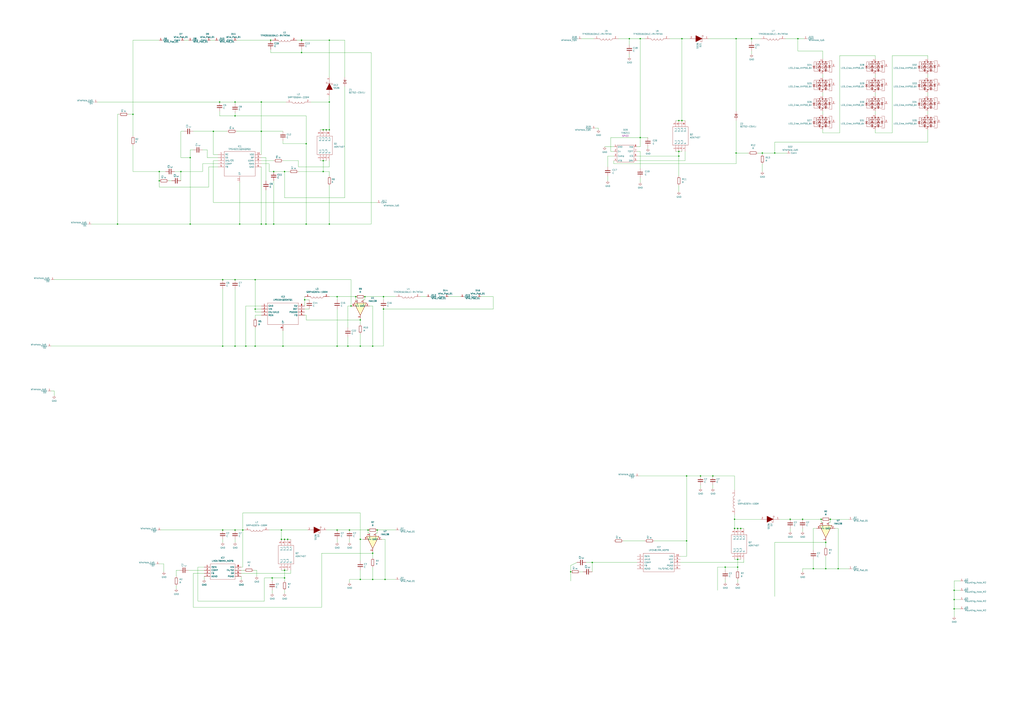
<source format=kicad_sch>
(kicad_sch (version 20211123) (generator eeschema)
  (paper "A1")
  (junction (at 231.14 443.23))
  (junction (at 214.63 184.15))
  (junction (at 295.91 284.48))
  (junction (at 209.55 229.87))
  (junction (at 156.21 184.15))
  (junction (at 783.59 500.38))
  (junction (at 224.79 184.15))
  (junction (at 306.07 476.25))
  (junction (at 678.18 467.36))
  (junction (at 285.75 284.48))
  (junction (at 309.88 435.61))
  (junction (at 148.59 140.97))
  (junction (at 265.43 132.08))
  (junction (at 233.68 474.98))
  (junction (at 276.86 435.61))
  (junction (at 608.33 434.34))
  (junction (at 681.99 426.72))
  (junction (at 585.47 391.16))
  (junction (at 193.04 95.25))
  (junction (at 605.79 466.09))
  (junction (at 214.63 83.82))
  (junction (at 214.63 107.95))
  (junction (at 224.79 140.97))
  (junction (at 193.04 229.87))
  (junction (at 617.22 31.75))
  (junction (at 182.88 284.48))
  (junction (at 306.07 454.66))
  (junction (at 265.43 106.68))
  (junction (at 688.34 467.36))
  (junction (at 180.34 83.82))
  (junction (at 270.51 33.02))
  (junction (at 270.51 106.68))
  (junction (at 156.21 129.54))
  (junction (at 193.04 83.82))
  (junction (at 783.59 492.76))
  (junction (at 295.91 476.25))
  (junction (at 209.55 254))
  (junction (at 668.02 467.36))
  (junction (at 232.41 284.48))
  (junction (at 605.79 459.74))
  (junction (at 267.97 106.68))
  (junction (at 486.41 462.28))
  (junction (at 655.32 31.75))
  (junction (at 276.86 284.48))
  (junction (at 603.25 426.72))
  (junction (at 287.02 435.61))
  (junction (at 557.53 124.46))
  (junction (at 626.11 125.73))
  (junction (at 233.68 140.97))
  (junction (at 604.52 31.75))
  (junction (at 557.53 99.06))
  (junction (at 193.04 284.48))
  (junction (at 247.65 33.02))
  (junction (at 223.52 474.98))
  (junction (at 302.26 435.61))
  (junction (at 247.65 43.18))
  (junction (at 130.81 140.97))
  (junction (at 314.96 254))
  (junction (at 468.63 469.9))
  (junction (at 276.86 243.84))
  (junction (at 251.46 118.11))
  (junction (at 560.07 99.06))
  (junction (at 130.81 148.59))
  (junction (at 314.96 243.84))
  (junction (at 201.93 284.48))
  (junction (at 292.1 243.84))
  (junction (at 648.97 426.72))
  (junction (at 109.22 93.98))
  (junction (at 603.25 434.34))
  (junction (at 222.25 33.02))
  (junction (at 218.44 184.15))
  (junction (at 306.07 284.48))
  (junction (at 295.91 262.89))
  (junction (at 295.91 443.23))
  (junction (at 182.88 435.61))
  (junction (at 678.18 445.77))
  (junction (at 199.39 435.61))
  (junction (at 674.37 426.72))
  (junction (at 299.72 243.84))
  (junction (at 193.04 435.61))
  (junction (at 557.53 128.27))
  (junction (at 516.89 31.75))
  (junction (at 605.79 434.34))
  (junction (at 575.31 391.16))
  (junction (at 659.13 426.72))
  (junction (at 233.68 468.63))
  (junction (at 182.88 229.87))
  (junction (at 96.52 184.15))
  (junction (at 175.26 107.95))
  (junction (at 251.46 184.15))
  (junction (at 525.78 31.75))
  (junction (at 288.29 251.46))
  (junction (at 783.59 485.14))
  (junction (at 525.78 113.03))
  (junction (at 316.23 476.25))
  (junction (at 636.27 125.73))
  (junction (at 196.85 184.15))
  (junction (at 563.88 444.5))
  (junction (at 250.19 246.38))
  (junction (at 270.51 83.82))
  (junction (at 560.07 31.75))
  (junction (at 604.52 125.73))
  (junction (at 265.43 140.97))
  (junction (at 231.14 435.61))
  (junction (at 270.51 184.15))
  (junction (at 236.22 443.23))
  (junction (at 233.68 443.23))
  (junction (at 563.88 391.16))
  (junction (at 209.55 284.48))
  (junction (at 595.63 466.09))
  (wire (pts (xy 251.46 184.15) (xy 224.79 184.15)))
  (wire (pts (xy 130.81 148.59) (xy 130.81 153.67)))
  (wire (pts (xy 581.66 31.75) (xy 604.52 31.75)))
  (wire (pts (xy 265.43 140.97) (xy 270.51 140.97)))
  (wire (pts (xy 214.63 83.82) (xy 234.95 83.82)))
  (wire (pts (xy 270.51 140.97) (xy 270.51 144.78)))
  (wire (pts (xy 158.75 123.19) (xy 156.21 123.19)))
  (wire (pts (xy 605.79 434.34) (xy 608.33 434.34)))
  (wire (pts (xy 718.82 60.96) (xy 718.82 63.5)))
  (wire (pts (xy 193.04 95.25) (xy 251.46 95.25)))
  (wire (pts (xy 562.61 132.08) (xy 562.61 124.46)))
  (wire (pts (xy 504.19 134.62) (xy 604.52 134.62)))
  (wire (pts (xy 303.53 251.46) (xy 306.07 251.46)))
  (wire (pts (xy 287.02 476.25) (xy 295.91 476.25)))
  (wire (pts (xy 523.24 132.08) (xy 562.61 132.08)))
  (wire (pts (xy 44.45 229.87) (xy 182.88 229.87)))
  (wire (pts (xy 218.44 148.59) (xy 218.44 129.54)))
  (wire (pts (xy 288.29 251.46) (xy 288.29 229.87)))
  (wire (pts (xy 132.08 435.61) (xy 182.88 435.61)))
  (wire (pts (xy 198.12 466.09) (xy 199.39 466.09)))
  (wire (pts (xy 675.64 91.44) (xy 675.64 93.98)))
  (wire (pts (xy 499.11 128.27) (xy 499.11 137.16)))
  (wire (pts (xy 198.12 473.71) (xy 198.12 476.25)))
  (wire (pts (xy 675.64 60.96) (xy 675.64 63.5)))
  (wire (pts (xy 557.53 128.27) (xy 557.53 144.78)))
  (wire (pts (xy 610.87 462.28) (xy 610.87 459.74)))
  (wire (pts (xy 589.28 466.09) (xy 595.63 466.09)))
  (wire (pts (xy 783.59 485.14) (xy 788.67 485.14)))
  (wire (pts (xy 196.85 149.86) (xy 196.85 184.15)))
  (wire (pts (xy 220.98 140.97) (xy 224.79 140.97)))
  (wire (pts (xy 223.52 474.98) (xy 233.68 474.98)))
  (wire (pts (xy 675.64 106.68) (xy 675.64 109.22)))
  (wire (pts (xy 265.43 132.08) (xy 267.97 132.08)))
  (wire (pts (xy 486.41 462.28) (xy 523.24 462.28)))
  (wire (pts (xy 209.55 259.08) (xy 209.55 261.62)))
  (wire (pts (xy 233.68 140.97) (xy 233.68 162.56)))
  (wire (pts (xy 523.24 128.27) (xy 557.53 128.27)))
  (wire (pts (xy 303.53 438.15) (xy 302.26 438.15)))
  (wire (pts (xy 167.64 471.17) (xy 158.75 471.17)))
  (wire (pts (xy 287.02 435.61) (xy 302.26 435.61)))
  (wire (pts (xy 158.75 471.17) (xy 158.75 499.11)))
  (wire (pts (xy 264.16 499.11) (xy 264.16 454.66)))
  (wire (pts (xy 595.63 466.09) (xy 605.79 466.09)))
  (wire (pts (xy 224.79 148.59) (xy 224.79 184.15)))
  (wire (pts (xy 295.91 266.7) (xy 295.91 262.89)))
  (wire (pts (xy 496.57 120.65) (xy 504.19 120.65)))
  (wire (pts (xy 222.25 43.18) (xy 247.65 43.18)))
  (wire (pts (xy 589.28 485.14) (xy 589.28 466.09)))
  (wire (pts (xy 504.19 132.08) (xy 504.19 134.62)))
  (wire (pts (xy 170.18 123.19) (xy 170.18 129.54)))
  (wire (pts (xy 525.78 113.03) (xy 525.78 120.65)))
  (wire (pts (xy 270.51 33.02) (xy 270.51 63.5)))
  (wire (pts (xy 783.59 477.52) (xy 788.67 477.52)))
  (wire (pts (xy 309.88 438.15) (xy 309.88 435.61)))
  (wire (pts (xy 158.75 107.95) (xy 175.26 107.95)))
  (wire (pts (xy 218.44 129.54) (xy 214.63 129.54)))
  (wire (pts (xy 617.22 31.75) (xy 617.22 34.29)))
  (wire (pts (xy 604.52 134.62) (xy 604.52 125.73)))
  (wire (pts (xy 199.39 421.64) (xy 199.39 435.61)))
  (wire (pts (xy 288.29 229.87) (xy 209.55 229.87)))
  (wire (pts (xy 193.04 284.48) (xy 201.93 284.48)))
  (wire (pts (xy 209.55 254) (xy 214.63 254)))
  (wire (pts (xy 516.89 44.45) (xy 516.89 46.99)))
  (wire (pts (xy 295.91 421.64) (xy 199.39 421.64)))
  (wire (pts (xy 718.82 45.72) (xy 718.82 48.26)))
  (wire (pts (xy 201.93 251.46) (xy 201.93 284.48)))
  (wire (pts (xy 575.31 391.16) (xy 585.47 391.16)))
  (wire (pts (xy 783.59 492.76) (xy 788.67 492.76)))
  (wire (pts (xy 243.84 33.02) (xy 247.65 33.02)))
  (wire (pts (xy 251.46 118.11) (xy 251.46 184.15)))
  (wire (pts (xy 224.79 184.15) (xy 218.44 184.15)))
  (wire (pts (xy 394.97 243.84) (xy 405.13 243.84)))
  (wire (pts (xy 109.22 119.38) (xy 109.22 140.97)))
  (wire (pts (xy 732.79 109.22) (xy 732.79 45.72)))
  (wire (pts (xy 74.93 184.15) (xy 96.52 184.15)))
  (wire (pts (xy 648.97 434.34) (xy 648.97 436.88)))
  (wire (pts (xy 316.23 476.25) (xy 325.12 476.25)))
  (wire (pts (xy 309.88 166.37) (xy 175.26 166.37)))
  (wire (pts (xy 210.82 473.71) (xy 210.82 468.63)))
  (wire (pts (xy 180.34 91.44) (xy 180.34 95.25)))
  (wire (pts (xy 180.34 95.25) (xy 193.04 95.25)))
  (wire (pts (xy 251.46 95.25) (xy 251.46 118.11)))
  (wire (pts (xy 144.78 468.63) (xy 144.78 473.71)))
  (wire (pts (xy 523.24 124.46) (xy 525.78 124.46)))
  (wire (pts (xy 250.19 254) (xy 254 254)))
  (wire (pts (xy 499.11 144.78) (xy 499.11 148.59)))
  (wire (pts (xy 557.53 152.4) (xy 557.53 157.48)))
  (wire (pts (xy 218.44 184.15) (xy 214.63 184.15)))
  (wire (pts (xy 170.18 129.54) (xy 179.07 129.54)))
  (wire (pts (xy 276.86 443.23) (xy 276.86 445.77)))
  (wire (pts (xy 605.79 459.74) (xy 605.79 466.09)))
  (wire (pts (xy 557.53 124.46) (xy 557.53 128.27)))
  (wire (pts (xy 175.26 127) (xy 179.07 127)))
  (wire (pts (xy 270.51 106.68) (xy 267.97 106.68)))
  (wire (pts (xy 186.69 107.95) (xy 175.26 107.95)))
  (wire (pts (xy 233.68 443.23) (xy 236.22 443.23)))
  (wire (pts (xy 250.19 251.46) (xy 250.19 246.38)))
  (wire (pts (xy 231.14 468.63) (xy 233.68 468.63)))
  (wire (pts (xy 678.18 467.36) (xy 688.34 467.36)))
  (wire (pts (xy 250.19 246.38) (xy 254 246.38)))
  (wire (pts (xy 270.51 184.15) (xy 251.46 184.15)))
  (wire (pts (xy 617.22 31.75) (xy 624.84 31.75)))
  (wire (pts (xy 640.08 426.72) (xy 648.97 426.72)))
  (wire (pts (xy 156.21 129.54) (xy 156.21 184.15)))
  (wire (pts (xy 162.56 494.03) (xy 217.17 494.03)))
  (wire (pts (xy 193.04 284.48) (xy 182.88 284.48)))
  (wire (pts (xy 585.47 398.78) (xy 585.47 401.32)))
  (wire (pts (xy 209.55 256.54) (xy 209.55 254)))
  (wire (pts (xy 130.81 463.55) (xy 134.62 463.55)))
  (wire (pts (xy 220.98 435.61) (xy 231.14 435.61)))
  (wire (pts (xy 314.96 243.84) (xy 325.12 243.84)))
  (wire (pts (xy 762 116.84) (xy 636.27 116.84)))
  (wire (pts (xy 314.96 243.84) (xy 314.96 246.38)))
  (wire (pts (xy 783.59 485.14) (xy 783.59 492.76)))
  (wire (pts (xy 655.32 41.91) (xy 655.32 31.75)))
  (wire (pts (xy 560.07 31.75) (xy 560.07 99.06)))
  (wire (pts (xy 783.59 500.38) (xy 788.67 500.38)))
  (wire (pts (xy 214.63 251.46) (xy 201.93 251.46)))
  (wire (pts (xy 80.01 83.82) (xy 180.34 83.82)))
  (wire (pts (xy 295.91 274.32) (xy 295.91 284.48)))
  (wire (pts (xy 675.64 429.26) (xy 674.37 429.26)))
  (wire (pts (xy 175.26 132.08) (xy 179.07 132.08)))
  (wire (pts (xy 563.88 391.16) (xy 575.31 391.16)))
  (wire (pts (xy 306.07 251.46) (xy 306.07 284.48)))
  (wire (pts (xy 295.91 443.23) (xy 295.91 421.64)))
  (wire (pts (xy 295.91 443.23) (xy 298.45 443.23)))
  (wire (pts (xy 675.64 41.91) (xy 655.32 41.91)))
  (wire (pts (xy 214.63 256.54) (xy 209.55 256.54)))
  (wire (pts (xy 245.11 137.16) (xy 245.11 132.08)))
  (wire (pts (xy 783.59 492.76) (xy 783.59 500.38)))
  (wire (pts (xy 209.55 269.24) (xy 209.55 284.48)))
  (wire (pts (xy 718.82 91.44) (xy 718.82 93.98)))
  (wire (pts (xy 218.44 156.21) (xy 218.44 184.15)))
  (wire (pts (xy 478.79 469.9) (xy 476.25 469.9)))
  (wire (pts (xy 604.52 31.75) (xy 617.22 31.75)))
  (wire (pts (xy 668.02 467.36) (xy 678.18 467.36)))
  (wire (pts (xy 314.96 254) (xy 314.96 284.48)))
  (wire (pts (xy 162.56 466.09) (xy 162.56 494.03)))
  (wire (pts (xy 299.72 243.84) (xy 314.96 243.84)))
  (wire (pts (xy 675.64 109.22) (xy 689.61 109.22)))
  (wire (pts (xy 678.18 449.58) (xy 678.18 445.77)))
  (wire (pts (xy 295.91 468.63) (xy 295.91 476.25)))
  (wire (pts (xy 718.82 109.22) (xy 732.79 109.22)))
  (wire (pts (xy 217.17 474.98) (xy 223.52 474.98)))
  (wire (pts (xy 783.59 500.38) (xy 783.59 506.73)))
  (wire (pts (xy 175.26 166.37) (xy 175.26 132.08)))
  (wire (pts (xy 130.81 140.97) (xy 130.81 148.59)))
  (wire (pts (xy 96.52 93.98) (xy 96.52 184.15)))
  (wire (pts (xy 525.78 31.75) (xy 529.59 31.75)))
  (wire (pts (xy 689.61 45.72) (xy 718.82 45.72)))
  (wire (pts (xy 166.37 140.97) (xy 148.59 140.97)))
  (wire (pts (xy 250.19 246.38) (xy 250.19 243.84)))
  (wire (pts (xy 267.97 435.61) (xy 276.86 435.61)))
  (wire (pts (xy 603.25 426.72) (xy 624.84 426.72)))
  (wire (pts (xy 109.22 33.02) (xy 109.22 93.98)))
  (wire (pts (xy 193.04 443.23) (xy 193.04 445.77)))
  (wire (pts (xy 179.07 134.62) (xy 166.37 134.62)))
  (wire (pts (xy 105.41 93.98) (xy 109.22 93.98)))
  (wire (pts (xy 134.62 463.55) (xy 134.62 469.9)))
  (wire (pts (xy 595.63 476.25) (xy 595.63 478.79)))
  (wire (pts (xy 233.68 474.98) (xy 233.68 477.52)))
  (wire (pts (xy 201.93 284.48) (xy 209.55 284.48)))
  (wire (pts (xy 283.21 33.02) (xy 270.51 33.02)))
  (wire (pts (xy 302.26 438.15) (xy 302.26 435.61)))
  (wire (pts (xy 473.71 462.28) (xy 468.63 464.82)))
  (wire (pts (xy 525.78 113.03) (xy 532.13 113.03)))
  (wire (pts (xy 270.51 132.08) (xy 270.51 137.16)))
  (wire (pts (xy 668.02 452.12) (xy 668.02 434.34)))
  (wire (pts (xy 276.86 243.84) (xy 292.1 243.84)))
  (wire (pts (xy 237.49 140.97) (xy 233.68 140.97)))
  (wire (pts (xy 636.27 490.22) (xy 636.27 445.77)))
  (wire (pts (xy 231.14 435.61) (xy 231.14 443.23)))
  (wire (pts (xy 251.46 259.08) (xy 251.46 262.89)))
  (wire (pts (xy 166.37 123.19) (xy 170.18 123.19)))
  (wire (pts (xy 477.52 31.75) (xy 487.68 31.75)))
  (wire (pts (xy 232.41 118.11) (xy 251.46 118.11)))
  (wire (pts (xy 762 60.96) (xy 762 63.5)))
  (wire (pts (xy 214.63 132.08) (xy 224.79 132.08)))
  (wire (pts (xy 554.99 99.06) (xy 557.53 99.06)))
  (wire (pts (xy 595.63 468.63) (xy 595.63 466.09)))
  (wire (pts (xy 645.16 31.75) (xy 655.32 31.75)))
  (wire (pts (xy 283.21 33.02) (xy 283.21 63.5)))
  (wire (pts (xy 196.85 184.15) (xy 156.21 184.15)))
  (wire (pts (xy 220.98 134.62) (xy 220.98 140.97)))
  (wire (pts (xy 194.31 33.02) (xy 222.25 33.02)))
  (wire (pts (xy 468.63 469.9) (xy 468.63 477.52)))
  (wire (pts (xy 233.68 485.14) (xy 233.68 487.68)))
  (wire (pts (xy 306.07 453.39) (xy 306.07 454.66)))
  (wire (pts (xy 688.34 434.34) (xy 688.34 467.36)))
  (wire (pts (xy 648.97 426.72) (xy 659.13 426.72)))
  (wire (pts (xy 199.39 466.09) (xy 199.39 435.61)))
  (wire (pts (xy 689.61 109.22) (xy 689.61 45.72)))
  (wire (pts (xy 681.99 429.26) (xy 681.99 426.72)))
  (wire (pts (xy 603.25 422.91) (xy 603.25 426.72)))
  (wire (pts (xy 345.44 243.84) (xy 350.52 243.84)))
  (wire (pts (xy 783.59 477.52) (xy 783.59 485.14)))
  (wire (pts (xy 130.81 33.02) (xy 109.22 33.02)))
  (wire (pts (xy 270.51 152.4) (xy 270.51 184.15)))
  (wire (pts (xy 560.07 99.06) (xy 562.61 99.06)))
  (wire (pts (xy 659.13 467.36) (xy 659.13 469.9)))
  (wire (pts (xy 194.31 107.95) (xy 214.63 107.95)))
  (wire (pts (xy 276.86 284.48) (xy 285.75 284.48)))
  (wire (pts (xy 608.33 434.34) (xy 610.87 434.34)))
  (wire (pts (xy 563.88 391.16) (xy 563.88 444.5)))
  (wire (pts (xy 233.68 468.63) (xy 233.68 474.98)))
  (wire (pts (xy 604.52 31.75) (xy 604.52 91.44)))
  (wire (pts (xy 486.41 469.9) (xy 486.41 462.28)))
  (wire (pts (xy 298.45 246.38) (xy 299.72 246.38)))
  (wire (pts (xy 646.43 125.73) (xy 636.27 125.73)))
  (wire (pts (xy 167.64 473.71) (xy 167.64 476.25)))
  (wire (pts (xy 605.79 476.25) (xy 605.79 478.79)))
  (wire (pts (xy 501.65 124.46) (xy 501.65 113.03)))
  (wire (pts (xy 575.31 398.78) (xy 575.31 401.32)))
  (wire (pts (xy 762 106.68) (xy 762 116.84)))
  (wire (pts (xy 299.72 246.38) (xy 299.72 243.84)))
  (wire (pts (xy 563.88 444.5) (xy 537.21 444.5)))
  (wire (pts (xy 688.34 467.36) (xy 697.23 467.36)))
  (wire (pts (xy 636.27 125.73) (xy 626.11 125.73)))
  (wire (pts (xy 604.52 125.73) (xy 614.68 125.73)))
  (wire (pts (xy 44.45 321.31) (xy 44.45 325.12)))
  (wire (pts (xy 151.13 107.95) (xy 148.59 107.95)))
  (wire (pts (xy 603.25 459.74) (xy 605.79 459.74)))
  (wire (pts (xy 214.63 137.16) (xy 214.63 184.15)))
  (wire (pts (xy 525.78 113.03) (xy 525.78 31.75)))
  (wire (pts (xy 405.13 243.84) (xy 405.13 254)))
  (wire (pts (xy 285.75 276.86) (xy 285.75 284.48)))
  (wire (pts (xy 525.78 120.65) (xy 523.24 120.65)))
  (wire (pts (xy 681.99 426.72) (xy 697.23 426.72)))
  (wire (pts (xy 193.04 229.87) (xy 182.88 229.87)))
  (wire (pts (xy 718.82 106.68) (xy 718.82 109.22)))
  (wire (pts (xy 214.63 184.15) (xy 196.85 184.15)))
  (wire (pts (xy 617.22 41.91) (xy 617.22 44.45)))
  (wire (pts (xy 525.78 124.46) (xy 525.78 138.43)))
  (wire (pts (xy 265.43 132.08) (xy 265.43 140.97)))
  (wire (pts (xy 182.88 443.23) (xy 182.88 445.77)))
  (wire (pts (xy 167.64 466.09) (xy 162.56 466.09)))
  (wire (pts (xy 603.25 434.34) (xy 605.79 434.34)))
  (wire (pts (xy 762 91.44) (xy 762 93.98)))
  (wire (pts (xy 675.64 48.26) (xy 675.64 41.91)))
  (wire (pts (xy 171.45 153.67) (xy 171.45 137.16)))
  (wire (pts (xy 309.88 435.61) (xy 325.12 435.61)))
  (wire (pts (xy 238.76 471.17) (xy 238.76 468.63)))
  (wire (pts (xy 233.68 468.63) (xy 236.22 468.63)))
  (wire (pts (xy 668.02 434.34) (xy 670.56 434.34)))
  (wire (pts (xy 674.37 429.26) (xy 674.37 426.72)))
  (wire (pts (xy 659.13 467.36) (xy 668.02 467.36)))
  (wire (pts (xy 295.91 261.62) (xy 295.91 262.89)))
  (wire (pts (xy 210.82 468.63) (xy 208.28 468.63)))
  (wire (pts (xy 140.97 148.59) (xy 138.43 148.59)))
  (wire (pts (xy 193.04 237.49) (xy 193.04 284.48)))
  (wire (pts (xy 158.75 499.11) (xy 264.16 499.11)))
  (wire (pts (xy 718.82 76.2) (xy 718.82 78.74)))
  (wire (pts (xy 295.91 461.01) (xy 295.91 443.23)))
  (wire (pts (xy 554.99 124.46) (xy 557.53 124.46)))
  (wire (pts (xy 245.11 140.97) (xy 265.43 140.97)))
  (wire (pts (xy 148.59 148.59) (xy 148.59 140.97)))
  (wire (pts (xy 525.78 146.05) (xy 525.78 149.86)))
  (wire (pts (xy 603.25 391.16) (xy 585.47 391.16)))
  (wire (pts (xy 287.02 443.23) (xy 287.02 445.77)))
  (wire (pts (xy 209.55 229.87) (xy 209.55 254)))
  (wire (pts (xy 193.04 229.87) (xy 209.55 229.87)))
  (wire (pts (xy 675.64 76.2) (xy 675.64 78.74)))
  (wire (pts (xy 247.65 43.18) (xy 304.8 43.18)))
  (wire (pts (xy 250.19 259.08) (xy 251.46 259.08)))
  (wire (pts (xy 659.13 434.34) (xy 659.13 436.88)))
  (wire (pts (xy 193.04 435.61) (xy 199.39 435.61)))
  (wire (pts (xy 285.75 269.24) (xy 285.75 251.46)))
  (wire (pts (xy 604.52 99.06) (xy 604.52 125.73)))
  (wire (pts (xy 295.91 284.48) (xy 306.07 284.48)))
  (wire (pts (xy 762 45.72) (xy 762 48.26)))
  (wire (pts (xy 659.13 426.72) (xy 674.37 426.72)))
  (wire (pts (xy 508 31.75) (xy 516.89 31.75)))
  (wire (pts (xy 232.41 271.78) (xy 232.41 284.48)))
  (wire (pts (xy 214.63 134.62) (xy 220.98 134.62)))
  (wire (pts (xy 198.12 471.17) (xy 238.76 471.17)))
  (wire (pts (xy 270.51 83.82) (xy 270.51 106.68)))
  (wire (pts (xy 626.11 134.62) (xy 626.11 140.97)))
  (wire (pts (xy 245.11 132.08) (xy 232.41 132.08)))
  (wire (pts (xy 560.07 31.75) (xy 566.42 31.75)))
  (wire (pts (xy 109.22 140.97) (xy 130.81 140.97)))
  (wire (pts (xy 154.94 468.63) (xy 167.64 468.63)))
  (wire (pts (xy 313.69 443.23) (xy 316.23 443.23)))
  (wire (pts (xy 557.53 99.06) (xy 560.07 99.06)))
  (wire (pts (xy 626.11 125.73) (xy 626.11 127)))
  (wire (pts (xy 209.55 284.48) (xy 232.41 284.48)))
  (wire (pts (xy 247.65 33.02) (xy 270.51 33.02)))
  (wire (pts (xy 166.37 134.62) (xy 166.37 140.97)))
  (wire (pts (xy 214.63 83.82) (xy 214.63 107.95)))
  (wire (pts (xy 316.23 443.23) (xy 316.23 476.25)))
  (wire (pts (xy 304.8 184.15) (xy 270.51 184.15)))
  (wire (pts (xy 41.91 321.31) (xy 44.45 321.31)))
  (wire (pts (xy 175.26 107.95) (xy 175.26 127)))
  (wire (pts (xy 270.51 137.16) (xy 245.11 137.16)))
  (wire (pts (xy 314.96 254) (xy 405.13 254)))
  (wire (pts (xy 306.07 476.25) (xy 316.23 476.25)))
  (wire (pts (xy 276.86 254) (xy 276.86 284.48)))
  (wire (pts (xy 180.34 83.82) (xy 193.04 83.82)))
  (wire (pts (xy 532.13 120.65) (xy 532.13 121.92)))
  (wire (pts (xy 198.12 468.63) (xy 200.66 468.63)))
  (wire (pts (xy 148.59 107.95) (xy 148.59 129.54)))
  (wire (pts (xy 304.8 43.18) (xy 304.8 184.15)))
  (wire (pts (xy 285.75 251.46) (xy 288.29 251.46)))
  (wire (pts (xy 603.25 402.59) (xy 603.25 391.16)))
  (wire (pts (xy 236.22 443.23) (xy 238.76 443.23)))
  (wire (pts (xy 171.45 137.16) (xy 179.07 137.16)))
  (wire (pts (xy 655.32 31.75) (xy 660.4 31.75)))
  (wire (pts (xy 156.21 123.19) (xy 156.21 129.54)))
  (wire (pts (xy 636.27 445.77) (xy 678.18 445.77)))
  (wire (pts (xy 148.59 140.97) (xy 143.51 140.97)))
  (wire (pts (xy 549.91 31.75) (xy 560.07 31.75)))
  (wire (pts (xy 678.18 444.5) (xy 678.18 445.77)))
  (wire (pts (xy 251.46 262.89) (xy 295.91 262.89)))
  (wire (pts (xy 762 76.2) (xy 762 78.74)))
  (wire (pts (xy 232.41 115.57) (xy 232.41 118.11)))
  (wire (pts (xy 680.72 429.26) (xy 681.99 429.26)))
  (wire (pts (xy 262.89 106.68) (xy 265.43 106.68)))
  (wire (pts (xy 603.25 426.72) (xy 603.25 434.34)))
  (wire (pts (xy 668.02 459.74) (xy 668.02 467.36)))
  (wire (pts (xy 306.07 458.47) (xy 306.07 454.66)))
  (wire (pts (xy 193.04 83.82) (xy 193.04 85.09)))
  (wire (pts (xy 172.8562 33.02) (xy 176.6662 33.02)))
  (wire (pts (xy 605.79 466.09) (xy 605.79 468.63)))
  (wire (pts (xy 488.95 105.41) (xy 491.49 105.41)))
  (wire (pts (xy 193.04 83.82) (xy 214.63 83.82)))
  (wire (pts (xy 193.04 92.71) (xy 193.04 95.25)))
  (wire (pts (xy 308.61 438.15) (xy 309.88 438.15)))
  (wire (pts (xy 222.25 40.64) (xy 222.25 43.18)))
  (wire (pts (xy 368.3 243.84) (xy 378.46 243.84)))
  (wire (pts (xy 293.37 246.38) (xy 292.1 246.38)))
  (wire (pts (xy 558.8 457.2) (xy 563.88 457.2)))
  (wire (pts (xy 636.27 116.84) (xy 636.27 125.73)))
  (wire (pts (xy 223.52 485.14) (xy 223.52 487.68)))
  (wire (pts (xy 97.79 93.98) (xy 96.52 93.98)))
  (wire (pts (xy 41.91 284.48) (xy 182.88 284.48)))
  (wire (pts (xy 306.07 284.48) (xy 314.96 284.48)))
  (wire (pts (xy 147.32 468.63) (xy 144.78 468.63)))
  (wire (pts (xy 151.13 33.02) (xy 154.94 33.02)))
  (wire (pts (xy 264.16 454.66) (xy 306.07 454.66)))
  (wire (pts (xy 182.88 435.61) (xy 193.04 435.61)))
  (wire (pts (xy 563.88 457.2) (xy 563.88 444.5)))
  (wire (pts (xy 233.68 162.56) (xy 283.21 162.56)))
  (wire (pts (xy 292.1 246.38) (xy 292.1 243.84)))
  (wire (pts (xy 247.65 40.64) (xy 247.65 43.18)))
  (wire (pts (xy 557.53 124.46) (xy 560.07 124.46)))
  (wire (pts (xy 622.3 125.73) (xy 626.11 125.73)))
  (wire (pts (xy 199.39 435.61) (xy 200.66 435.61)))
  (wire (pts (xy 516.89 36.83) (xy 516.89 31.75)))
  (wire (pts (xy 222.25 33.02) (xy 223.52 33.02)))
  (wire (pts (xy 678.18 457.2) (xy 678.18 467.36)))
  (wire (pts (xy 144.78 481.33) (xy 144.78 483.87)))
  (wire (pts (xy 182.88 237.49) (xy 182.88 284.48)))
  (wire (pts (xy 732.79 45.72) (xy 762 45.72)))
  (wire (pts (xy 283.21 71.12) (xy 283.21 162.56)))
  (wire (pts (xy 214.63 259.08) (xy 209.55 259.08)))
  (wire (pts (xy 276.86 435.61) (xy 287.02 435.61)))
  (wire (pts (xy 233.68 140.97) (xy 224.79 140.97)))
  (wire (pts (xy 605.79 459.74) (xy 608.33 459.74)))
  (wire (pts (xy 491.49 105.41) (xy 491.49 106.68)))
  (wire (pts (xy 265.43 106.68) (xy 267.97 106.68)))
  (wire (pts (xy 109.22 93.98) (xy 109.22 111.76)))
  (wire (pts (xy 486.41 462.28) (xy 481.33 462.28)))
  (wire (pts (xy 96.52 184.15) (xy 156.21 184.15)))
  (wire (pts (xy 255.27 83.82) (xy 270.51 83.82)))
  (wire (pts (xy 524.51 391.16) (xy 563.88 391.16)))
  (wire (pts (xy 511.81 444.5) (xy 529.59 444.5)))
  (wire (pts (xy 130.81 153.67) (xy 171.45 153.67)))
  (wire (pts (xy 135.89 140.97) (xy 130.81 140.97)))
  (wire (pts (xy 231.14 443.23) (xy 233.68 443.23)))
  (wire (pts (xy 516.89 31.75) (xy 525.78 31.75)))
  (wire (pts (xy 223.52 477.52) (xy 223.52 474.98)))
  (wire (pts (xy 501.65 113.03) (xy 525.78 113.03)))
  (wire (pts (xy 504.19 128.27) (xy 499.11 128.27)))
  (wire (pts (xy 214.63 127) (xy 214.63 107.95)))
  (wire (pts (xy 232.41 284.48) (xy 276.86 284.48)))
  (wire (pts (xy 685.8 434.34) (xy 688.34 434.34)))
  (wire (pts (xy 262.89 132.08) (xy 265.43 132.08)))
  (wire (pts (xy 217.17 494.03) (xy 217.17 474.98)))
  (wire (pts (xy 295.91 476.25) (xy 306.07 476.25)))
  (wire (pts (xy 270.51 83.82) (xy 270.51 78.74)))
  (wire (pts (xy 285.75 284.48) (xy 295.91 284.48)))
  (wire (pts (xy 306.07 466.09) (xy 306.07 476.25)))
  (wire (pts (xy 504.19 124.46) (xy 501.65 124.46)))
  (wire (pts (xy 276.86 243.84) (xy 276.86 246.38)))
  (wire (pts (xy 468.63 464.82) (xy 468.63 469.9)))
  (wire (pts (xy 214.63 107.95) (xy 232.41 107.95)))
  (wire (pts (xy 148.59 129.54) (xy 156.21 129.54)))
  (wire (pts (xy 231.14 435.61) (xy 252.73 435.61)))
  (wire (pts (xy 270.51 243.84) (xy 276.86 243.84)))
  (wire (pts (xy 287.02 476.25) (xy 287.02 478.79)))
  (wire (pts (xy 558.8 462.28) (xy 610.87 462.28)))
  (symbol (lib_id "Main_PCB_001-rescue:TPS40211QDGQRQ1-TPS40211QDGQRQ1") (at 179.07 127 0) (unit 1)
    (property "Reference" "IC1" (at 196.85 120.269 0))
    (property "Value" "TPS40211QDGQRQ1" (at 196.85 122.5804 0))
    (property "Footprint" "libraries:SOP50P490X110-11N" (effects hide))
    (property "Datasheet" "http://www.ti.com/lit/gpn/tps40211-q1" (effects hide))
    (property "Description" "4.5V to 52V Wide Input range current mode boost controller with 260 mV reference voltage" (effects hide))
    (property "Height" "1.1" (effects hide))
    (property "Manufacturer_Name" "Texas Instruments" (effects hide))
    (property "Manufacturer_Part_Number" "TPS40211QDGQRQ1" (effects hide))
    (property "Mouser Part Number" "595-TPS40211QDGQRQ1" (effects hide))
    (property "Mouser Price/Stock" "https://www.mouser.co.uk/ProductDetail/Texas-Instruments/TPS40211QDGQRQ1?qs=XGzIaZb%2FFYKjJ5OLwHPUhQ%3D%3D" (effects hide))
    (property "Arrow Part Number" "TPS40211QDGQRQ1" (effects hide))
    (property "Arrow Price/Stock" "https://www.arrow.com/en/products/tps40211qdgqrq1/texas-instruments?region=nac" (effects hide))
  )
  (symbol (lib_id "Device:R") (at 109.22 115.57 0) (unit 1)
    (property "Reference" "R2" (at 110.998 114.4016 0) (effects (justify left)))
    (property "Value" "R" (at 110.998 116.713 0) (effects (justify left)))
    (property "Footprint" "Resistor_SMD:R_0805_2012Metric_Pad1.20x1.40mm_HandSolder" (effects hide))
  )
  (symbol (lib_id "Device:R") (at 101.6 93.98 90) (unit 1)
    (property "Reference" "R1" (at 100.4316 92.202 0) (effects (justify left)))
    (property "Value" "R" (at 102.743 92.202 0) (effects (justify left)))
    (property "Footprint" "Resistor_SMD:R_0805_2012Metric_Pad1.20x1.40mm_HandSolder" (effects hide))
  )
  (symbol (lib_id "Device:R") (at 228.6 132.08 90) (unit 1)
    (property "Reference" "R6" (at 227.4316 130.302 0) (effects (justify left)))
    (property "Value" "R" (at 229.743 130.302 0) (effects (justify left)))
    (property "Footprint" "Resistor_SMD:R_0805_2012Metric_Pad1.20x1.40mm_HandSolder" (effects hide))
  )
  (symbol (lib_id "Device:R") (at 241.3 140.97 90) (unit 1)
    (property "Reference" "R7" (at 240.1316 139.192 0) (effects (justify left)))
    (property "Value" "R" (at 242.443 139.192 0) (effects (justify left)))
    (property "Footprint" "Resistor_SMD:R_0805_2012Metric_Pad1.20x1.40mm_HandSolder" (effects hide))
  )
  (symbol (lib_id "Device:R") (at 190.5 107.95 90) (unit 1)
    (property "Reference" "R4" (at 189.3316 106.172 0) (effects (justify left)))
    (property "Value" "R" (at 191.643 106.172 0) (effects (justify left)))
    (property "Footprint" "Resistor_SMD:R_0805_2012Metric_Pad1.20x1.40mm_HandSolder" (effects hide))
  )
  (symbol (lib_id "Device:R") (at 270.51 148.59 0) (unit 1)
    (property "Reference" "R8" (at 272.288 147.4216 0) (effects (justify left)))
    (property "Value" "R" (at 272.288 149.733 0) (effects (justify left)))
    (property "Footprint" "Resistor_SMD:R_0805_2012Metric_Pad1.20x1.40mm_HandSolder" (effects hide))
  )
  (symbol (lib_id "Device:C") (at 144.78 148.59 90) (unit 1)
    (property "Reference" "C2" (at 143.6116 145.669 0) (effects (justify left)))
    (property "Value" "C" (at 145.923 145.669 0) (effects (justify left)))
    (property "Footprint" "Capacitor_SMD:C_0805_2012Metric_Pad1.18x1.45mm_HandSolder" (effects hide))
  )
  (symbol (lib_id "Device:R") (at 134.62 148.59 90) (unit 1)
    (property "Reference" "R3" (at 133.4516 146.812 0) (effects (justify left)))
    (property "Value" "R" (at 135.763 146.812 0) (effects (justify left)))
    (property "Footprint" "Resistor_SMD:R_0805_2012Metric_Pad1.20x1.40mm_HandSolder" (effects hide))
  )
  (symbol (lib_id "Device:C") (at 154.94 107.95 90) (unit 1)
    (property "Reference" "C3" (at 153.7716 105.029 0) (effects (justify left)))
    (property "Value" "C" (at 156.083 105.029 0) (effects (justify left)))
    (property "Footprint" "Capacitor_SMD:C_0805_2012Metric_Pad1.18x1.45mm_HandSolder" (effects hide))
  )
  (symbol (lib_id "Device:C") (at 232.41 111.76 0) (unit 1)
    (property "Reference" "C12" (at 235.331 110.5916 0) (effects (justify left)))
    (property "Value" "C" (at 235.331 112.903 0) (effects (justify left)))
    (property "Footprint" "Capacitor_SMD:C_0603_1608Metric_Pad1.08x0.95mm_HandSolder" (effects hide))
  )
  (symbol (lib_id "Device:C") (at 139.7 140.97 90) (unit 1)
    (property "Reference" "C1" (at 138.5316 138.049 0) (effects (justify left)))
    (property "Value" "C" (at 140.843 138.049 0) (effects (justify left)))
    (property "Footprint" "Capacitor_SMD:C_0805_2012Metric_Pad1.18x1.45mm_HandSolder" (effects hide))
  )
  (symbol (lib_id "Device:C") (at 162.56 123.19 90) (unit 1)
    (property "Reference" "C4" (at 161.3916 120.269 0) (effects (justify left)))
    (property "Value" "C" (at 163.703 120.269 0) (effects (justify left)))
    (property "Footprint" "Capacitor_SMD:C_0805_2012Metric_Pad1.18x1.45mm_HandSolder" (effects hide))
  )
  (symbol (lib_id "Device:C") (at 224.79 144.78 0) (unit 1)
    (property "Reference" "C11" (at 227.711 143.6116 0) (effects (justify left)))
    (property "Value" "C" (at 227.711 145.923 0) (effects (justify left)))
    (property "Footprint" "Capacitor_SMD:C_0805_2012Metric_Pad1.18x1.45mm_HandSolder" (effects hide))
  )
  (symbol (lib_id "SS36:SS36") (at 270.51 60.96 270) (unit 1)
    (property "Reference" "D12" (at 273.812 69.9516 90) (effects (justify left)))
    (property "Value" "SS36" (at 273.812 72.263 90) (effects (justify left)))
    (property "Footprint" "libraries:SODFL4626X120N" (effects hide))
    (property "Datasheet" "https://docs.rs-online.com/a290/0900766b8002669b.pdf" (effects hide))
    (property "Description" "Rectifier Diode, Schottky, 60 Volt, DO-214AB / SMC" (effects hide))
    (property "Height" "2.62" (effects hide))
    (property "Manufacturer_Name" "Vishay" (effects hide))
    (property "Manufacturer_Part_Number" "SS36" (effects hide))
  )
  (symbol (lib_id "Diode:MM3Zxx") (at 283.21 67.31 270) (unit 1)
    (property "Reference" "Z1" (at 286.512 73.7616 90) (effects (justify left)))
    (property "Value" "BZT52-C5V1J" (at 286.512 76.073 90) (effects (justify left)))
    (property "Footprint" "Diode_SMD:D_SOD-323F" (effects hide))
    (property "Datasheet" "https://diotec.com/tl_files/diotec/files/pdf/datasheets/mm3z2v4.pdf" (effects hide))
    (property "Description" "Zener Diodes BZT52-C5V1/SOD123 SOD2" (effects hide))
    (property "Height" "1.3" (effects hide))
    (property "Manufacturer_Name" "Nexperia" (effects hide))
    (property "Manufacturer_Part_Number" "BZT52-C5V1J" (effects hide))
    (property "Mouser Part Number" "N/A" (effects hide))
    (property "Mouser Price/Stock" "https://www.mouser.com/Search/Refine.aspx?Keyword=N%2FA" (effects hide))
    (property "Arrow Part Number" "BZT52-C5V1J" (effects hide))
    (property "Arrow Price/Stock" "https://www.arrow.com/en/products/bzt52-c5v1j/nexperia" (effects hide))
  )
  (symbol (lib_id "SRP7050AA-220M:SRP7050AA-220M") (at 234.95 83.82 0) (unit 1)
    (property "Reference" "L2" (at 245.11 77.47 0))
    (property "Value" "SRP7050AA-220M" (at 245.11 80.01 0))
    (property "Footprint" "libraries:INDPM5752X300N" (effects hide))
    (property "Datasheet" "https://www.bourns.com/docs/Product-Datasheets/SRP7050AA.pdf" (effects hide))
    (property "Description" "Shielded Power Inductor 22uH" (effects hide))
    (property "Height" "5" (effects hide))
    (property "Manufacturer_Name" "Bourns" (effects hide))
    (property "Manufacturer_Part_Number" "SRP7050AA-220M" (effects hide))
    (property "Mouser Part Number" "652-SRP7050AA-220M" (effects hide))
    (property "Mouser Price/Stock" "https://www.mouser.co.uk/ProductDetail/Bourns/SRP7050AA-220M?qs=CiayqK2gdcLzSCtuPAylpQ%3D%3D" (effects hide))
  )
  (symbol (lib_id "power:GND") (at 167.64 476.25 0) (unit 1)
    (property "Reference" "#PWR?" (effects hide))
    (property "Value" "GND" (at 167.767 480.6442 0))
  )
  (symbol (lib_id "Device:C") (at 222.25 36.83 0) (unit 1)
    (property "Reference" "C10" (at 225.171 35.6616 0) (effects (justify left)))
    (property "Value" "C" (at 225.171 37.973 0) (effects (justify left)))
    (property "Footprint" "Capacitor_SMD:C_0603_1608Metric_Pad1.08x0.95mm_HandSolder" (effects hide))
  )
  (symbol (lib_id "Device:R") (at 626.11 130.81 0) (unit 1)
    (property "Reference" "R13" (at 628.65 129.5399 0) (effects (justify left)))
    (property "Value" "R" (at 628.65 132.0799 0) (effects (justify left)))
    (property "Footprint" "Resistor_SMD:R_0805_2012Metric_Pad1.20x1.40mm_HandSolder" (effects hide))
  )
  (symbol (lib_id "AON7407:AON7407") (at 231.14 468.63 90) (unit 1)
    (property "Reference" "Q?" (at 242.57 454.6599 90) (effects (justify right)))
    (property "Value" "AON7407" (at 242.57 457.1999 90) (effects (justify right)))
    (property "Footprint" "libraries:DFN_3X3_EP" (effects hide))
    (property "Datasheet" "http://aosmd.com/res/data_sheets/AON7407.pdf" (effects hide))
    (property "Description" "MOSFET P-CH 20V 14.5A 8DFN" (effects hide))
    (property "Manufacturer_Name" "Alpha & Omega Semiconductors" (effects hide))
    (property "Manufacturer_Part_Number" "AON7407" (effects hide))
    (property "Arrow Part Number" "AON7407" (effects hide))
    (property "Arrow Price/Stock" "https://www.arrow.com/en/products/aon7407/alpha-and-omega-semiconductor?region=nac" (effects hide))
  )
  (symbol (lib_id "Connectors_for_Wire:Wire_Pad_01") (at 325.12 476.25 0) (unit 1)
    (property "Reference" "D?" (at 328.93 474.9799 0) (effects (justify left)))
    (property "Value" "Wire_Pad_01" (at 328.93 477.5199 0) (effects (justify left)))
    (property "Footprint" "Flat_Wires_Pads:Wire_Hole_1mm" (effects hide))
  )
  (symbol (lib_id "power:GND") (at 496.57 120.65 0) (unit 1)
    (property "Reference" "#PWR04" (effects hide))
    (property "Value" "GND" (at 496.697 125.0442 0))
  )
  (symbol (lib_id "Device:C") (at 477.52 462.28 90) (unit 1)
    (property "Reference" "C?" (at 476.3516 459.359 0) (effects (justify left)))
    (property "Value" "C" (at 478.663 459.359 0) (effects (justify left)))
    (property "Footprint" "Capacitor_SMD:C_0805_2012Metric_Pad1.18x1.45mm_HandSolder" (effects hide))
  )
  (symbol (lib_id "Connectors_for_Wire:WireHole_1p5") (at 74.93 184.15 180) (unit 1)
    (property "Reference" "D1" (at 71.12 185.4201 0) (effects (justify left)))
    (property "Value" "WireHole_1p5" (at 71.12 182.8801 0) (effects (justify left)))
    (property "Footprint" "libraries:WireHole_1p2" (effects hide))
  )
  (symbol (lib_id "LED:LED_Cree_XHP50_6V") (at 762 69.85 90) (unit 1)
    (property "Reference" "D33" (at 753.11 68.5799 90) (effects (justify left)))
    (property "Value" "LED_Cree_XHP50_6V" (at 753.11 71.1199 90) (effects (justify left)))
    (property "Footprint" "LED_SMD:LED_Cree-XHP50_6V" (effects hide))
    (property "Datasheet" "http://www.cree.com/%7E/media/Files/Cree/LED%20Components%20and%20Modules/XLamp/Data%20and%20Binning/ds%20XHP50.pdf" (effects hide))
  )
  (symbol (lib_id "Device:C") (at 595.63 472.44 0) (unit 1)
    (property "Reference" "C?" (at 598.551 471.2716 0) (effects (justify left)))
    (property "Value" "C" (at 598.551 473.583 0) (effects (justify left)))
    (property "Footprint" "Capacitor_SMD:C_0805_2012Metric_Pad1.18x1.45mm_HandSolder" (effects hide))
  )
  (symbol (lib_id "Connectors_for_Wire:WireHole_1p5") (at 41.91 284.48 180) (unit 1)
    (property "Reference" "D2" (at 38.1 285.7501 0) (effects (justify left)))
    (property "Value" "WireHole_1p5" (at 38.1 283.2101 0) (effects (justify left)))
    (property "Footprint" "libraries:WireHole_1p2" (effects hide))
  )
  (symbol (lib_id "Device:C") (at 314.96 250.19 0) (unit 1)
    (property "Reference" "C16" (at 317.881 249.0216 0) (effects (justify left)))
    (property "Value" "C" (at 317.881 251.333 0) (effects (justify left)))
    (property "Footprint" "Capacitor_SMD:C_1206_3216Metric_Pad1.33x1.80mm_HandSolder" (effects hide))
  )
  (symbol (lib_id "Connectors_for_Wire:Wire_Pad_01") (at 697.23 426.72 0) (unit 1)
    (property "Reference" "D?" (at 701.04 425.4499 0) (effects (justify left)))
    (property "Value" "Wire_Pad_01" (at 701.04 427.9899 0) (effects (justify left)))
    (property "Footprint" "Flat_Wires_Pads:Wire_Hole_1mm" (effects hide))
  )
  (symbol (lib_id "Mounting_Holes:Mounting_Hole_M2") (at 791.21 485.14 0) (unit 1)
    (property "Reference" "U3" (at 792.48 483.8699 0) (effects (justify left)))
    (property "Value" "Mounting_Hole_M2" (at 792.48 486.4099 0) (effects (justify left)))
    (property "Footprint" "mount_holes:Hole_screw_M1p2" (effects hide))
  )
  (symbol (lib_id "SRP4020TA-100M:SRP4020TA-100M") (at 200.66 435.61 0) (unit 1)
    (property "Reference" "L?" (at 210.82 429.26 0))
    (property "Value" "SRP4020TA-100M" (at 210.82 431.8 0))
    (property "Footprint" "libraries:INDPM4441X200N" (effects hide))
    (property "Datasheet" "http://www.bourns.com/docs/Product-Datasheets/SRP4020TA.pdf" (effects hide))
    (property "Description" "Bourns SRP4020TA Series Shielded Wire-wound SMD Inductor with a Carbonyl Powder Core, 10 uH +/-20% 1.8A Idc" (effects hide))
    (property "Height" "2" (effects hide))
    (property "Manufacturer_Name" "Bourns" (effects hide))
    (property "Manufacturer_Part_Number" "SRP4020TA-100M" (effects hide))
    (property "Mouser Part Number" "652-SRP4020TA-100M" (effects hide))
    (property "Mouser Price/Stock" "https://www.mouser.co.uk/ProductDetail/Bourns/SRP4020TA-100M?qs=Ph8%2FHnX6CQx3wposaLflWQ%3D%3D" (effects hide))
    (property "Arrow Part Number" "SRP4020TA-100M" (effects hide))
    (property "Arrow Price/Stock" "https://www.arrow.com/en/products/srp4020ta-100m/bourns?region=nac" (effects hide))
  )
  (symbol (lib_id "Connectors_for_Wire:Wire_Pad_01") (at 325.12 435.61 0) (unit 1)
    (property "Reference" "D?" (at 328.93 434.3399 0) (effects (justify left)))
    (property "Value" "Wire_Pad_01" (at 328.93 436.8799 0) (effects (justify left)))
    (property "Footprint" "Flat_Wires_Pads:Wire_Hole_1mm" (effects hide))
  )
  (symbol (lib_id "SS36:SS36") (at 642.62 426.72 180) (unit 1)
    (property "Reference" "D?" (at 633.6284 430.022 90) (effects (justify left)))
    (property "Value" "SS36" (at 631.317 430.022 90) (effects (justify left)))
    (property "Footprint" "libraries:SODFL4626X120N" (effects hide))
    (property "Datasheet" "https://docs.rs-online.com/a290/0900766b8002669b.pdf" (effects hide))
    (property "Description" "Rectifier Diode, Schottky, 60 Volt, DO-214AB / SMC" (effects hide))
    (property "Height" "2.62" (effects hide))
    (property "Manufacturer_Name" "Vishay" (effects hide))
    (property "Manufacturer_Part_Number" "SS36" (effects hide))
  )
  (symbol (lib_id "power:GND") (at 648.97 436.88 0) (unit 1)
    (property "Reference" "#PWR?" (effects hide))
    (property "Value" "GND" (at 649.097 441.2742 0))
  )
  (symbol (lib_id "LED:LED_Cree_XHP50_6V") (at 762 85.09 90) (unit 1)
    (property "Reference" "D34" (at 753.11 83.8199 90) (effects (justify left)))
    (property "Value" "LED_Cree_XHP50_6V" (at 753.11 86.3599 90) (effects (justify left)))
    (property "Footprint" "LED_SMD:LED_Cree-XHP50_6V" (effects hide))
    (property "Datasheet" "http://www.cree.com/%7E/media/Files/Cree/LED%20Components%20and%20Modules/XLamp/Data%20and%20Binning/ds%20XHP50.pdf" (effects hide))
  )
  (symbol (lib_id "LED:LED_Cree_XHP50_6V") (at 718.82 85.09 90) (unit 1)
    (property "Reference" "D30" (at 709.93 83.8199 90) (effects (justify left)))
    (property "Value" "LED_Cree_XHP50_6V" (at 709.93 86.3599 90) (effects (justify left)))
    (property "Footprint" "LED_SMD:LED_Cree-XHP50_6V" (effects hide))
    (property "Datasheet" "http://www.cree.com/%7E/media/Files/Cree/LED%20Components%20and%20Modules/XLamp/Data%20and%20Binning/ds%20XHP50.pdf" (effects hide))
  )
  (symbol (lib_id "TFM201610ALC-R47MTAA:TFM201610ALC-R47MTAA") (at 624.84 31.75 0) (unit 1)
    (property "Reference" "L7" (at 635 25.4 0))
    (property "Value" "TFM201610ALC-R47MTAA" (at 635 27.94 0))
    (property "Footprint" "libraries:INDC2016X80N" (effects hide))
    (property "Datasheet" "https://datasheet.datasheetarchive.com/originals/distributors/DKDS41/DSANUWW0039576.pdf" (effects hide))
    (property "Description" "Inductors for Power Circuits, for Consumer, Thin Film Metal, TFM201610ALC ,-40 to +125" (effects hide))
    (property "Height" "0.8" (effects hide))
    (property "Manufacturer_Name" "TDK" (effects hide))
    (property "Manufacturer_Part_Number" "TFM201610ALC-R47MTAA" (effects hide))
    (property "Mouser Part Number" "810-TFM201610ALCR47M" (effects hide))
    (property "Mouser Price/Stock" "https://www.mouser.co.uk/ProductDetail/TDK/TFM201610ALC-R47MTAA?qs=MLItCLRbWsy9rkE7tyNMeg%3D%3D" (effects hide))
    (property "Arrow Part Number" "TFM201610ALC-R47MTAA" (effects hide))
    (property "Arrow Price/Stock" "https://www.arrow.com/en/products/tfm201610alc-r47mtaa/tdk" (effects hide))
  )
  (symbol (lib_id "TFM201610ALC-R47MTAA:TFM201610ALC-R47MTAA") (at 529.59 31.75 0) (unit 1)
    (property "Reference" "L6" (at 539.75 25.4 0))
    (property "Value" "TFM201610ALC-R47MTAA" (at 532.13 27.94 0))
    (property "Footprint" "libraries:INDPM5752X300N" (effects hide))
    (property "Datasheet" "https://datasheet.datasheetarchive.com/originals/distributors/DKDS41/DSANUWW0039576.pdf" (effects hide))
    (property "Description" "Inductors for Power Circuits, for Consumer, Thin Film Metal, TFM201610ALC ,-40 to +125" (effects hide))
    (property "Height" "0.8" (effects hide))
    (property "Manufacturer_Name" "TDK" (effects hide))
    (property "Manufacturer_Part_Number" "TFM201610ALC-R47MTAA" (effects hide))
    (property "Mouser Part Number" "810-TFM201610ALCR47M" (effects hide))
    (property "Mouser Price/Stock" "https://www.mouser.co.uk/ProductDetail/TDK/TFM201610ALC-R47MTAA?qs=MLItCLRbWsy9rkE7tyNMeg%3D%3D" (effects hide))
    (property "Arrow Part Number" "TFM201610ALC-R47MTAA" (effects hide))
    (property "Arrow Price/Stock" "https://www.arrow.com/en/products/tfm201610alc-r47mtaa/tdk" (effects hide))
  )
  (symbol (lib_id "Connectors_for_Wire:Wire_Pad_01") (at 394.97 243.84 0) (mirror y) (unit 1)
    (property "Reference" "D16" (at 392.43 238.76 0))
    (property "Value" "Wire_Pad_01" (at 392.43 241.3 0))
    (property "Footprint" "Flat_Wires_Pads:Wire_Hole_1mm" (effects hide))
  )
  (symbol (lib_id "power:GND") (at 233.68 487.68 0) (unit 1)
    (property "Reference" "#PWR?" (effects hide))
    (property "Value" "GND" (at 233.807 492.0742 0))
  )
  (symbol (lib_id "power:GND") (at 585.47 401.32 0) (unit 1)
    (property "Reference" "#PWR?" (effects hide))
    (property "Value" "GND" (at 585.597 405.7142 0))
  )
  (symbol (lib_id "Device:R") (at 678.18 453.39 180) (unit 1)
    (property "Reference" "R?" (at 680.72 452.1199 0) (effects (justify right)))
    (property "Value" "R" (at 680.72 454.6599 0) (effects (justify right)))
    (property "Footprint" "Resistor_SMD:R_0805_2012Metric_Pad1.20x1.40mm_HandSolder" (effects hide))
  )
  (symbol (lib_id "AON7407:AON7407") (at 603.25 459.74 90) (unit 1)
    (property "Reference" "Q?" (at 614.68 445.7699 90) (effects (justify right)))
    (property "Value" "AON7407" (at 614.68 448.3099 90) (effects (justify right)))
    (property "Footprint" "libraries:DFN_3X3_EP" (effects hide))
    (property "Datasheet" "http://aosmd.com/res/data_sheets/AON7407.pdf" (effects hide))
    (property "Description" "MOSFET P-CH 20V 14.5A 8DFN" (effects hide))
    (property "Manufacturer_Name" "Alpha & Omega Semiconductors" (effects hide))
    (property "Manufacturer_Part_Number" "AON7407" (effects hide))
    (property "Arrow Part Number" "AON7407" (effects hide))
    (property "Arrow Price/Stock" "https://www.arrow.com/en/products/aon7407/alpha-and-omega-semiconductor?region=nac" (effects hide))
  )
  (symbol (lib_id "LED:LED_Cree_XHP50_6V") (at 675.64 54.61 90) (unit 1)
    (property "Reference" "D24" (at 666.75 53.3399 90) (effects (justify left)))
    (property "Value" "LED_Cree_XHP50_6V" (at 666.75 55.8799 90) (effects (justify left)))
    (property "Footprint" "LED_SMD:LED_Cree-XHP50_6V" (effects hide))
    (property "Datasheet" "http://www.cree.com/%7E/media/Files/Cree/LED%20Components%20and%20Modules/XLamp/Data%20and%20Binning/ds%20XHP50.pdf" (effects hide))
  )
  (symbol (lib_id "Connectors_for_Wire:WireHole_1p5") (at 488.95 105.41 0) (mirror y) (unit 1)
    (property "Reference" "D19" (at 485.14 104.1399 0) (effects (justify left)))
    (property "Value" "WireHole_1p5" (at 485.14 106.6799 0) (effects (justify left)))
    (property "Footprint" "libraries:WireHole_1p2" (effects hide))
  )
  (symbol (lib_id "LED:LED_Cree_XHP50_6V") (at 675.64 69.85 90) (unit 1)
    (property "Reference" "D25" (at 666.75 68.5799 90) (effects (justify left)))
    (property "Value" "LED_Cree_XHP50_6V" (at 666.75 71.1199 90) (effects (justify left)))
    (property "Footprint" "LED_SMD:LED_Cree-XHP50_6V" (effects hide))
    (property "Datasheet" "http://www.cree.com/%7E/media/Files/Cree/LED%20Components%20and%20Modules/XLamp/Data%20and%20Binning/ds%20XHP50.pdf" (effects hide))
  )
  (symbol (lib_id "power:GND") (at 287.02 478.79 0) (unit 1)
    (property "Reference" "#PWR?" (effects hide))
    (property "Value" "GND" (at 287.147 483.1842 0))
  )
  (symbol (lib_id "power:GND") (at 617.22 44.45 0) (unit 1)
    (property "Reference" "#PWR010" (effects hide))
    (property "Value" "GND" (at 617.347 48.8442 0))
  )
  (symbol (lib_id "Device:C") (at 648.97 430.53 0) (unit 1)
    (property "Reference" "C?" (at 651.891 429.3616 0) (effects (justify left)))
    (property "Value" "C" (at 651.891 431.673 0) (effects (justify left)))
    (property "Footprint" "Capacitor_SMD:C_0805_2012Metric_Pad1.18x1.45mm_HandSolder" (effects hide))
  )
  (symbol (lib_id "power:GND") (at 491.49 106.68 0) (unit 1)
    (property "Reference" "#PWR02" (effects hide))
    (property "Value" "GND" (at 491.617 111.0742 0))
  )
  (symbol (lib_id "Device:R") (at 295.91 243.84 90) (unit 1)
    (property "Reference" "R9" (at 295.91 237.49 90))
    (property "Value" "R" (at 295.91 240.03 90))
    (property "Footprint" "Resistor_SMD:R_0805_2012Metric_Pad1.20x1.40mm_HandSolder" (effects hide))
  )
  (symbol (lib_id "power:GND") (at 516.89 46.99 0) (unit 1)
    (property "Reference" "#PWR06" (effects hide))
    (property "Value" "GND" (at 517.017 51.3842 0))
  )
  (symbol (lib_id "Device:C") (at 295.91 464.82 0) (unit 1)
    (property "Reference" "C?" (at 298.831 463.6516 0) (effects (justify left)))
    (property "Value" "C" (at 298.831 465.963 0) (effects (justify left)))
    (property "Footprint" "Capacitor_SMD:C_0402_1005Metric_Pad0.74x0.62mm_HandSolder" (effects hide))
  )
  (symbol (lib_id "Device:C") (at 276.86 439.42 0) (unit 1)
    (property "Reference" "C?" (at 279.781 438.2516 0) (effects (justify left)))
    (property "Value" "C" (at 279.781 440.563 0) (effects (justify left)))
    (property "Footprint" "Capacitor_SMD:C_0805_2012Metric_Pad1.18x1.45mm_HandSolder" (effects hide))
  )
  (symbol (lib_id "Device:C") (at 287.02 439.42 0) (unit 1)
    (property "Reference" "C?" (at 289.941 438.2516 0) (effects (justify left)))
    (property "Value" "C" (at 289.941 440.563 0) (effects (justify left)))
    (property "Footprint" "Capacitor_SMD:C_0805_2012Metric_Pad1.18x1.45mm_HandSolder" (effects hide))
  )
  (symbol (lib_id "Mounting_Holes:Mounting_Hole_M2") (at 791.21 500.38 0) (unit 1)
    (property "Reference" "U5" (at 792.48 499.1099 0) (effects (justify left)))
    (property "Value" "Mounting_Hole_M2" (at 792.48 501.6499 0) (effects (justify left)))
    (property "Footprint" "mount_holes:Hole_screw_M1p2" (effects hide))
  )
  (symbol (lib_id "TFM201610ALC-R47MTAA:TFM201610ALC-R47MTAA") (at 325.12 243.84 0) (unit 1)
    (property "Reference" "L4" (at 335.28 237.49 0))
    (property "Value" "TFM201610ALC-R47MTAA" (at 335.28 240.03 0))
    (property "Footprint" "libraries:WPN252010UR47MT" (effects hide))
    (property "Datasheet" "https://datasheet.datasheetarchive.com/originals/distributors/DKDS41/DSANUWW0039576.pdf" (effects hide))
    (property "Description" "Inductors for Power Circuits, for Consumer, Thin Film Metal, TFM201610ALC ,-40 to +125" (effects hide))
    (property "Height" "0.8" (effects hide))
    (property "Manufacturer_Name" "TDK" (effects hide))
    (property "Manufacturer_Part_Number" "TFM201610ALC-R47MTAA" (effects hide))
    (property "Mouser Part Number" "810-TFM201610ALCR47M" (effects hide))
    (property "Mouser Price/Stock" "https://www.mouser.co.uk/ProductDetail/TDK/TFM201610ALC-R47MTAA?qs=MLItCLRbWsy9rkE7tyNMeg%3D%3D" (effects hide))
    (property "Arrow Part Number" "TFM201610ALC-R47MTAA" (effects hide))
    (property "Arrow Price/Stock" "https://www.arrow.com/en/products/tfm201610alc-r47mtaa/tdk" (effects hide))
  )
  (symbol (lib_id "Device:C") (at 193.04 88.9 0) (unit 1)
    (property "Reference" "C8" (at 195.961 87.7316 0) (effects (justify left)))
    (property "Value" "C" (at 195.961 90.043 0) (effects (justify left)))
    (property "Footprint" "Capacitor_SMD:C_1206_3216Metric_Pad1.33x1.80mm_HandSolder" (effects hide))
  )
  (symbol (lib_id "Device:C") (at 276.86 250.19 0) (unit 1)
    (property "Reference" "C15" (at 279.781 249.0216 0) (effects (justify left)))
    (property "Value" "C" (at 279.781 251.333 0) (effects (justify left)))
    (property "Footprint" "Capacitor_SMD:C_1206_3216Metric_Pad1.33x1.80mm_HandSolder" (effects hide))
  )
  (symbol (lib_id "Connectors_for_Wire:WireHole_1p5") (at 80.01 83.82 180) (unit 1)
    (property "Reference" "D4" (at 76.2 85.0901 0) (effects (justify left)))
    (property "Value" "WireHole_1p5" (at 76.2 82.5501 0) (effects (justify left)))
    (property "Footprint" "libraries:WireHole_1p2" (effects hide))
  )
  (symbol (lib_id "Mounting_Holes:Mounting_Hole_M2") (at 791.21 477.52 0) (unit 1)
    (property "Reference" "U2" (at 792.48 476.2499 0) (effects (justify left)))
    (property "Value" "Mounting_Hole_M2" (at 792.48 478.7899 0) (effects (justify left)))
    (property "Footprint" "mount_holes:Hole_screw_M1p2" (effects hide))
  )
  (symbol (lib_id "LED:LED_Cree_XHP50_6V") (at 718.82 69.85 90) (unit 1)
    (property "Reference" "D29" (at 709.93 68.5799 90) (effects (justify left)))
    (property "Value" "LED_Cree_XHP50_6V" (at 709.93 71.1199 90) (effects (justify left)))
    (property "Footprint" "LED_SMD:LED_Cree-XHP50_6V" (effects hide))
    (property "Datasheet" "http://www.cree.com/%7E/media/Files/Cree/LED%20Components%20and%20Modules/XLamp/Data%20and%20Binning/ds%20XHP50.pdf" (effects hide))
  )
  (symbol (lib_id "Connectors_for_Wire:WireHole_1p5") (at 132.08 435.61 180) (unit 1)
    (property "Reference" "D?" (at 128.27 436.8801 0) (effects (justify left)))
    (property "Value" "WireHole_1p5" (at 128.27 434.3401 0) (effects (justify left)))
    (property "Footprint" "libraries:WireHole_1p2" (effects hide))
  )
  (symbol (lib_id "LM3481MM_NOPB:LM3481MM_NOPB") (at 523.24 457.2 0) (unit 1)
    (property "Reference" "IC?" (at 541.02 449.58 0))
    (property "Value" "LM3481MM_NOPB" (at 541.02 452.12 0))
    (property "Footprint" "SOP50P490X110-10N" (effects hide))
    (property "Datasheet" "http://www.ti.com/general/docs/lit/getliterature.tsp?genericPartNumber=lm3481&fileType=pdf" (effects hide))
    (property "Description" "Texas Instruments,LM3481MM/NOPB,IC,DC-DC Texas Instruments LM3481MM/NOPB, DC-DC Controller, 1A, 48 V, Step Up, 1 MHz, 10-Pin, VSSOP" (effects hide))
    (property "Height" "1.1" (effects hide))
    (property "Manufacturer_Name" "Texas Instruments" (effects hide))
    (property "Manufacturer_Part_Number" "LM3481MM/NOPB" (effects hide))
    (property "Mouser Part Number" "926-LM3481MM/NOPB" (effects hide))
    (property "Mouser Price/Stock" "https://www.mouser.co.uk/ProductDetail/Texas-Instruments/LM3481MM-NOPB?qs=X1J7HmVL2ZG0WJGe0ncCZw%3D%3D" (effects hide))
    (property "Arrow Part Number" "LM3481MM/NOPB" (effects hide))
    (property "Arrow Price/Stock" "https://www.arrow.com/en/products/lm3481mmnopb/texas-instruments?region=nac" (effects hide))
  )
  (symbol (lib_id "XDS_Semi:TX6211") (at 506.73 115.57 0) (unit 1)
    (property "Reference" "D20" (at 513.715 106.68 0))
    (property "Value" "TX6211" (at 513.715 109.22 0))
    (property "Footprint" "XDS_Semi:TX6211" (effects hide))
    (property "Spice_Primitive" "D" (at 513.715 111.76 0))
    (property "Spice_Model" "TX6211" (at 513.715 114.3 0))
    (property "Spice_Netlist_Enabled" "Y" (at 513.715 116.84 0))
  )
  (symbol (lib_id "Diode:MM3Zxx") (at 604.52 95.25 270) (unit 1)
    (property "Reference" "Z2" (at 607.822 101.7016 90) (effects (justify left)))
    (property "Value" "BZT52-C5V1J" (at 607.822 104.013 90) (effects (justify left)))
    (property "Footprint" "Diode_SMD:D_SOD-323F" (effects hide))
    (property "Datasheet" "https://diotec.com/tl_files/diotec/files/pdf/datasheets/mm3z2v4.pdf" (effects hide))
    (property "Description" "Zener Diodes BZT52-C5V1/SOD123 SOD2" (effects hide))
    (property "Height" "1.3" (effects hide))
    (property "Manufacturer_Name" "Nexperia" (effects hide))
    (property "Manufacturer_Part_Number" "BZT52-C5V1J" (effects hide))
    (property "Mouser Part Number" "N/A" (effects hide))
    (property "Mouser Price/Stock" "https://www.mouser.com/Search/Refine.aspx?Keyword=N%2FA" (effects hide))
    (property "Arrow Part Number" "BZT52-C5V1J" (effects hide))
    (property "Arrow Price/Stock" "https://www.arrow.com/en/products/bzt52-c5v1j/nexperia" (effects hide))
  )
  (symbol (lib_id "LED:LED_Cree_XHP50_6V") (at 718.82 100.33 90) (unit 1)
    (property "Reference" "D31" (at 709.93 99.0599 90) (effects (justify left)))
    (property "Value" "LED_Cree_XHP50_6V" (at 709.93 101.5999 90) (effects (justify left)))
    (property "Footprint" "LED_SMD:LED_Cree-XHP50_6V" (effects hide))
    (property "Datasheet" "http://www.cree.com/%7E/media/Files/Cree/LED%20Components%20and%20Modules/XLamp/Data%20and%20Binning/ds%20XHP50.pdf" (effects hide))
  )
  (symbol (lib_id "Device:R") (at 144.78 477.52 0) (unit 1)
    (property "Reference" "R?" (at 147.32 476.2499 0) (effects (justify left)))
    (property "Value" "R" (at 147.32 478.7899 0) (effects (justify left)))
    (property "Footprint" "Resistor_SMD:R_0805_2012Metric_Pad1.20x1.40mm_HandSolder" (effects hide))
  )
  (symbol (lib_id "Device:C") (at 585.47 394.97 0) (unit 1)
    (property "Reference" "C?" (at 588.391 393.8016 0) (effects (justify left)))
    (property "Value" "C" (at 588.391 396.113 0) (effects (justify left)))
    (property "Footprint" "Capacitor_SMD:C_0805_2012Metric_Pad1.18x1.45mm_HandSolder" (effects hide))
  )
  (symbol (lib_id "Device:C") (at 180.34 87.63 0) (unit 1)
    (property "Reference" "C5" (at 183.261 86.4616 0) (effects (justify left)))
    (property "Value" "C" (at 183.261 88.773 0) (effects (justify left)))
    (property "Footprint" "Capacitor_SMD:C_0603_1608Metric_Pad1.08x0.95mm_HandSolder" (effects hide))
  )
  (symbol (lib_id "power:GND") (at 626.11 140.97 0) (unit 1)
    (property "Reference" "#PWR011" (effects hide))
    (property "Value" "GND" (at 626.237 145.3642 0))
  )
  (symbol (lib_id "SS36:SS36") (at 270.51 435.61 180) (unit 1)
    (property "Reference" "D?" (at 261.5184 438.912 90) (effects (justify left)))
    (property "Value" "SS36" (at 259.207 438.912 90) (effects (justify left)))
    (property "Footprint" "libraries:SODFL4626X120N" (effects hide))
    (property "Datasheet" "https://docs.rs-online.com/a290/0900766b8002669b.pdf" (effects hide))
    (property "Description" "Rectifier Diode, Schottky, 60 Volt, DO-214AB / SMC" (effects hide))
    (property "Height" "2.62" (effects hide))
    (property "Manufacturer_Name" "Vishay" (effects hide))
    (property "Manufacturer_Part_Number" "SS36" (effects hide))
  )
  (symbol (lib_id "LED:LED_Cree_XHP50_6V") (at 762 54.61 90) (unit 1)
    (property "Reference" "D32" (at 753.11 53.3399 90) (effects (justify left)))
    (property "Value" "LED_Cree_XHP50_6V" (at 753.11 55.8799 90) (effects (justify left)))
    (property "Footprint" "LED_SMD:LED_Cree-XHP50_6V" (effects hide))
    (property "Datasheet" "http://www.cree.com/%7E/media/Files/Cree/LED%20Components%20and%20Modules/XLamp/Data%20and%20Binning/ds%20XHP50.pdf" (effects hide))
  )
  (symbol (lib_id "Connectors_for_Wire:Wire_Pad_01") (at 368.3 243.84 0) (mirror y) (unit 1)
    (property "Reference" "D14" (at 365.76 238.76 0))
    (property "Value" "Wire_Pad_01" (at 365.76 241.3 0))
    (property "Footprint" "Flat_Wires_Pads:Wire_Hole_1mm" (effects hide))
  )
  (symbol (lib_id "power:GND") (at 575.31 401.32 0) (unit 1)
    (property "Reference" "#PWR?" (effects hide))
    (property "Value" "GND" (at 575.437 405.7142 0))
  )
  (symbol (lib_id "Device:C") (at 285.75 273.05 0) (unit 1)
    (property "Reference" "C22" (at 288.671 271.8816 0) (effects (justify left)))
    (property "Value" "C" (at 288.671 274.193 0) (effects (justify left)))
    (property "Footprint" "Capacitor_SMD:C_0402_1005Metric_Pad0.74x0.62mm_HandSolder" (effects hide))
  )
  (symbol (lib_id "Amplifier_Current:INA138") (at 678.18 436.88 90) (mirror x) (unit 1)
    (property "Reference" "U?" (at 688.34 427.7612 90))
    (property "Value" "INA138" (at 688.34 430.3012 90))
    (property "Footprint" "Package_TO_SOT_SMD:SOT-23-5" (effects hide))
    (property "Datasheet" "http://www.ti.com/lit/ds/symlink/ina138.pdf" (effects hide))
  )
  (symbol (lib_id "Device:R") (at 618.49 125.73 90) (unit 1)
    (property "Reference" "R12" (at 618.49 119.38 90))
    (property "Value" "R" (at 618.49 121.92 90))
    (property "Footprint" "Resistor_SMD:R_0805_2012Metric_Pad1.20x1.40mm_HandSolder" (effects hide))
  )
  (symbol (lib_id "LM5164QDDATQ1:LM5164QDDATQ1") (at 214.63 251.46 0) (unit 1)
    (property "Reference" "IC2" (at 232.41 243.84 0))
    (property "Value" "LM5164QDDATQ1" (at 232.41 246.38 0))
    (property "Footprint" "libraries:SOIC127P600X170-9N" (effects hide))
    (property "Datasheet" "http://www.ti.com/lit/gpn/LM5164-Q1" (effects hide))
    (property "Description" "6-V to 100-V input, 1-A synchronous DC-DC buck converter with ultra-low IQ" (effects hide))
    (property "Height" "1.7" (effects hide))
    (property "Manufacturer_Name" "Texas Instruments" (effects hide))
    (property "Manufacturer_Part_Number" "LM5164QDDATQ1" (effects hide))
    (property "Mouser Part Number" "595-LM5164QDDATQ1" (effects hide))
    (property "Mouser Price/Stock" "https://www.mouser.co.uk/ProductDetail/Texas-Instruments/LM5164QDDATQ1?qs=PqoDHHvF64%252BzDzZmorCjJQ%3D%3D" (effects hide))
    (property "Arrow Part Number" "LM5164QDDATQ1" (effects hide))
    (property "Arrow Price/Stock" "https://www.arrow.com/en/products/lm5164qddatq1/texas-instruments?region=nac" (effects hide))
  )
  (symbol (lib_id "power:GND") (at 198.12 476.25 0) (unit 1)
    (property "Reference" "#PWR?" (effects hide))
    (property "Value" "GND" (at 198.247 480.6442 0))
  )
  (symbol (lib_id "Device:C") (at 247.65 36.83 0) (unit 1)
    (property "Reference" "C13" (at 250.571 35.6616 0) (effects (justify left)))
    (property "Value" "C" (at 250.571 37.973 0) (effects (justify left)))
    (property "Footprint" "Capacitor_SMD:C_1206_3216Metric_Pad1.33x1.80mm_HandSolder" (effects hide))
  )
  (symbol (lib_id "Device:C") (at 575.31 394.97 0) (unit 1)
    (property "Reference" "C?" (at 578.231 393.8016 0) (effects (justify left)))
    (property "Value" "C" (at 578.231 396.113 0) (effects (justify left)))
    (property "Footprint" "Capacitor_SMD:C_0805_2012Metric_Pad1.18x1.45mm_HandSolder" (effects hide))
  )
  (symbol (lib_id "Connectors_for_Wire:WireHole_1p5") (at 309.88 166.37 0) (unit 1)
    (property "Reference" "D17" (at 313.69 165.0999 0) (effects (justify left)))
    (property "Value" "WireHole_1p5" (at 314.96 168.91 0) (effects (justify left)))
    (property "Footprint" "libraries:WireHole_1p2" (effects hide))
  )
  (symbol (lib_id "Device:C") (at 525.78 142.24 0) (unit 1)
    (property "Reference" "C19" (at 529.59 140.9699 0) (effects (justify left)))
    (property "Value" "C" (at 529.59 143.5099 0) (effects (justify left)))
    (property "Footprint" "Capacitor_SMD:C_0805_2012Metric_Pad1.18x1.45mm_HandSolder" (effects hide))
  )
  (symbol (lib_id "power:GND") (at 659.13 436.88 0) (unit 1)
    (property "Reference" "#PWR?" (effects hide))
    (property "Value" "GND" (at 659.257 441.2742 0))
  )
  (symbol (lib_id "Connectors_for_Wire:Wire_Pad_01") (at 176.6662 33.02 0) (unit 1)
    (property "Reference" "D10" (at 180.4762 31.7499 0) (effects (justify left)))
    (property "Value" "Wire_Pad_01" (at 180.4762 34.2899 0) (effects (justify left)))
    (property "Footprint" "Flat_Wires_Pads:Wire_Hole_1mm" (effects hide))
  )
  (symbol (lib_id "Device:C") (at 532.13 116.84 0) (unit 1)
    (property "Reference" "C20" (at 535.94 115.5699 0) (effects (justify left)))
    (property "Value" "C" (at 535.94 118.1099 0) (effects (justify left)))
    (property "Footprint" "Capacitor_SMD:C_0805_2012Metric_Pad1.18x1.45mm_HandSolder" (effects hide))
  )
  (symbol (lib_id "Device:R") (at 678.18 426.72 90) (unit 1)
    (property "Reference" "R?" (at 678.18 420.37 90))
    (property "Value" "R" (at 678.18 422.91 90))
    (property "Footprint" "Resistor_SMD:R_0805_2012Metric_Pad1.20x1.40mm_HandSolder" (effects hide))
  )
  (symbol (lib_id "Device:R") (at 306.07 435.61 90) (unit 1)
    (property "Reference" "R?" (at 306.07 429.26 90))
    (property "Value" "R" (at 306.07 431.8 90))
    (property "Footprint" "Resistor_SMD:R_0805_2012Metric_Pad1.20x1.40mm_HandSolder" (effects hide))
  )
  (symbol (lib_id "Device:R") (at 508 444.5 90) (unit 1)
    (property "Reference" "R?" (at 506.8316 442.722 0) (effects (justify left)))
    (property "Value" "R" (at 509.143 442.722 0) (effects (justify left)))
    (property "Footprint" "Resistor_SMD:R_0805_2012Metric_Pad1.20x1.40mm_HandSolder" (effects hide))
  )
  (symbol (lib_id "LED:LED_Cree_XHP50_6V") (at 675.64 85.09 90) (unit 1)
    (property "Reference" "D26" (at 666.75 83.8199 90) (effects (justify left)))
    (property "Value" "LED_Cree_XHP50_6V" (at 666.75 86.3599 90) (effects (justify left)))
    (property "Footprint" "LED_SMD:LED_Cree-XHP50_6V" (effects hide))
    (property "Datasheet" "http://www.cree.com/%7E/media/Files/Cree/LED%20Components%20and%20Modules/XLamp/Data%20and%20Binning/ds%20XHP50.pdf" (effects hide))
  )
  (symbol (lib_id "Amplifier_Current:INA138") (at 295.91 254 90) (mirror x) (unit 1)
    (property "Reference" "U1" (at 306.07 244.8812 90))
    (property "Value" "INA138" (at 306.07 247.4212 90))
    (property "Footprint" "Package_TO_SOT_SMD:SOT-23-5" (effects hide))
    (property "Datasheet" "http://www.ti.com/lit/ds/symlink/ina138.pdf" (effects hide))
  )
  (symbol (lib_id "TFM201610ALC-R47MTAA:TFM201610ALC-R47MTAA") (at 487.68 31.75 0) (unit 1)
    (property "Reference" "L5" (at 497.84 25.4 0))
    (property "Value" "TFM201610ALC-R47MTAA" (at 490.22 27.94 0))
    (property "Footprint" "libraries:INDC2016X80N" (effects hide))
    (property "Datasheet" "https://datasheet.datasheetarchive.com/originals/distributors/DKDS41/DSANUWW0039576.pdf" (effects hide))
    (property "Description" "Inductors for Power Circuits, for Consumer, Thin Film Metal, TFM201610ALC ,-40 to +125" (effects hide))
    (property "Height" "0.8" (effects hide))
    (property "Manufacturer_Name" "TDK" (effects hide))
    (property "Manufacturer_Part_Number" "TFM201610ALC-R47MTAA" (effects hide))
    (property "Mouser Part Number" "810-TFM201610ALCR47M" (effects hide))
    (property "Mouser Price/Stock" "https://www.mouser.co.uk/ProductDetail/TDK/TFM201610ALC-R47MTAA?qs=MLItCLRbWsy9rkE7tyNMeg%3D%3D" (effects hide))
    (property "Arrow Part Number" "TFM201610ALC-R47MTAA" (effects hide))
    (property "Arrow Price/Stock" "https://www.arrow.com/en/products/tfm201610alc-r47mtaa/tdk" (effects hide))
  )
  (symbol (lib_id "Connectors_for_Wire:Wire_Pad_01") (at 350.52 243.84 0) (unit 1)
    (property "Reference" "D13" (at 354.33 242.5699 0) (effects (justify left)))
    (property "Value" "Wire_Pad_01" (at 354.33 245.1099 0) (effects (justify left)))
    (property "Footprint" "Flat_Wires_Pads:Wire_Hole_1mm" (effects hide))
  )
  (symbol (lib_id "Connectors_for_Wire:Wire_Pad_01") (at 378.46 243.84 0) (unit 1)
    (property "Reference" "D15" (at 382.27 242.5699 0) (effects (justify left)))
    (property "Value" "Wire_Pad_01" (at 382.27 245.1099 0) (effects (justify left)))
    (property "Footprint" "Flat_Wires_Pads:Wire_Hole_1mm" (effects hide))
  )
  (symbol (lib_id "LED:LED_Cree_XHP50_6V") (at 718.82 54.61 90) (unit 1)
    (property "Reference" "D28" (at 709.93 53.3399 90) (effects (justify left)))
    (property "Value" "LED_Cree_XHP50_6V" (at 709.93 55.8799 90) (effects (justify left)))
    (property "Footprint" "LED_SMD:LED_Cree-XHP50_6V" (effects hide))
    (property "Datasheet" "http://www.cree.com/%7E/media/Files/Cree/LED%20Components%20and%20Modules/XLamp/Data%20and%20Binning/ds%20XHP50.pdf" (effects hide))
  )
  (symbol (lib_id "Device:C") (at 151.13 468.63 90) (unit 1)
    (property "Reference" "C?" (at 149.9616 465.709 0) (effects (justify left)))
    (property "Value" "C" (at 152.273 465.709 0) (effects (justify left)))
    (property "Footprint" "Capacitor_SMD:C_0805_2012Metric_Pad1.18x1.45mm_HandSolder" (effects hide))
  )
  (symbol (lib_id "Device:R") (at 204.47 468.63 90) (unit 1)
    (property "Reference" "R?" (at 204.47 462.28 90))
    (property "Value" "R" (at 204.47 464.82 90))
    (property "Footprint" "Resistor_SMD:R_0805_2012Metric_Pad1.20x1.40mm_HandSolder" (effects hide))
  )
  (symbol (lib_id "Connectors_for_Wire:Wire_Pad_01") (at 697.23 467.36 0) (unit 1)
    (property "Reference" "D?" (at 701.04 466.0899 0) (effects (justify left)))
    (property "Value" "Wire_Pad_01" (at 701.04 468.6299 0) (effects (justify left)))
    (property "Footprint" "Flat_Wires_Pads:Wire_Hole_1mm" (effects hide))
  )
  (symbol (lib_id "power:GND") (at 532.13 121.92 0) (unit 1)
    (property "Reference" "#PWR08" (effects hide))
    (property "Value" "GND" (at 532.257 126.3142 0))
  )
  (symbol (lib_id "power:GND") (at 605.79 478.79 0) (unit 1)
    (property "Reference" "#PWR?" (effects hide))
    (property "Value" "GND" (at 605.917 483.1842 0))
  )
  (symbol (lib_id "Device:C") (at 499.11 140.97 0) (unit 1)
    (property "Reference" "C17" (at 502.92 139.6999 0) (effects (justify left)))
    (property "Value" "C" (at 502.92 142.2399 0) (effects (justify left)))
    (property "Footprint" "Capacitor_SMD:C_0805_2012Metric_Pad1.18x1.45mm_HandSolder" (effects hide))
  )
  (symbol (lib_id "Connectors_for_Wire:WireHole_1p5") (at 41.91 321.31 180) (unit 1)
    (property "Reference" "D3" (at 38.1 322.5801 0) (effects (justify left)))
    (property "Value" "WireHole_1p5" (at 38.1 320.0401 0) (effects (justify left)))
    (property "Footprint" "libraries:WireHole_1p2" (effects hide))
  )
  (symbol (lib_id "power:GND") (at 193.04 445.77 0) (unit 1)
    (property "Reference" "#PWR?" (effects hide))
    (property "Value" "GND" (at 193.167 450.1642 0))
  )
  (symbol (lib_id "LED:LED_Cree_XHP50_6V") (at 762 100.33 90) (unit 1)
    (property "Reference" "D35" (at 753.11 99.0599 90) (effects (justify left)))
    (property "Value" "LED_Cree_XHP50_6V" (at 753.11 101.5999 90) (effects (justify left)))
    (property "Footprint" "LED_SMD:LED_Cree-XHP50_6V" (effects hide))
    (property "Datasheet" "http://www.cree.com/%7E/media/Files/Cree/LED%20Components%20and%20Modules/XLamp/Data%20and%20Binning/ds%20XHP50.pdf" (effects hide))
  )
  (symbol (lib_id "Connectors_for_Wire:Wire_Pad_01") (at 172.8562 33.02 0) (mirror y) (unit 1)
    (property "Reference" "D9" (at 170.3162 27.94 0))
    (property "Value" "Wire_Pad_01" (at 170.3162 30.48 0))
    (property "Footprint" "Flat_Wires_Pads:Wire_Hole_1mm" (effects hide))
  )
  (symbol (lib_id "Device:R") (at 295.91 270.51 180) (unit 1)
    (property "Reference" "R10" (at 298.45 269.2399 0) (effects (justify right)))
    (property "Value" "R" (at 298.45 271.7799 0) (effects (justify right)))
    (property "Footprint" "Resistor_SMD:R_0805_2012Metric_Pad1.20x1.40mm_HandSolder" (effects hide))
  )
  (symbol (lib_id "SRP4020TA-100M:SRP4020TA-100M") (at 250.19 243.84 0) (unit 1)
    (property "Reference" "L3" (at 260.35 237.49 0))
    (property "Value" "SRP4020TA-100M" (at 260.35 240.03 0))
    (property "Footprint" "libraries:INDPM4441X200N" (effects hide))
    (property "Datasheet" "http://www.bourns.com/docs/Product-Datasheets/SRP4020TA.pdf" (effects hide))
    (property "Description" "Bourns SRP4020TA Series Shielded Wire-wound SMD Inductor with a Carbonyl Powder Core, 10 uH +/-20% 1.8A Idc" (effects hide))
    (property "Height" "2" (effects hide))
    (property "Manufacturer_Name" "Bourns" (effects hide))
    (property "Manufacturer_Part_Number" "SRP4020TA-100M" (effects hide))
    (property "Mouser Part Number" "652-SRP4020TA-100M" (effects hide))
    (property "Mouser Price/Stock" "https://www.mouser.co.uk/ProductDetail/Bourns/SRP4020TA-100M?qs=Ph8%2FHnX6CQx3wposaLflWQ%3D%3D" (effects hide))
    (property "Arrow Part Number" "SRP4020TA-100M" (effects hide))
    (property "Arrow Price/Stock" "https://www.arrow.com/en/products/srp4020ta-100m/bourns?region=nac" (effects hide))
  )
  (symbol (lib_id "power:GND") (at 276.86 445.77 0) (unit 1)
    (property "Reference" "#PWR?" (effects hide))
    (property "Value" "GND" (at 276.987 450.1642 0))
  )
  (symbol (lib_id "Device:C") (at 482.6 469.9 90) (unit 1)
    (property "Reference" "C?" (at 481.4316 466.979 0) (effects (justify left)))
    (property "Value" "C" (at 483.743 466.979 0) (effects (justify left)))
    (property "Footprint" "Capacitor_SMD:C_0805_2012Metric_Pad1.18x1.45mm_HandSolder" (effects hide))
  )
  (symbol (lib_id "SRP4020TA-100M:SRP4020TA-100M") (at 603.25 402.59 270) (unit 1)
    (property "Reference" "L?" (at 605.79 411.4799 90) (effects (justify left)))
    (property "Value" "SRP4020TA-100M" (at 605.79 414.0199 90) (effects (justify left)))
    (property "Footprint" "libraries:INDPM4441X200N" (effects hide))
    (property "Datasheet" "http://www.bourns.com/docs/Product-Datasheets/SRP4020TA.pdf" (effects hide))
    (property "Description" "Bourns SRP4020TA Series Shielded Wire-wound SMD Inductor with a Carbonyl Powder Core, 10 uH +/-20% 1.8A Idc" (effects hide))
    (property "Height" "2" (effects hide))
    (property "Manufacturer_Name" "Bourns" (effects hide))
    (property "Manufacturer_Part_Number" "SRP4020TA-100M" (effects hide))
    (property "Mouser Part Number" "652-SRP4020TA-100M" (effects hide))
    (property "Mouser Price/Stock" "https://www.mouser.co.uk/ProductDetail/Bourns/SRP4020TA-100M?qs=Ph8%2FHnX6CQx3wposaLflWQ%3D%3D" (effects hide))
    (property "Arrow Part Number" "SRP4020TA-100M" (effects hide))
    (property "Arrow Price/Stock" "https://www.arrow.com/en/products/srp4020ta-100m/bourns?region=nac" (effects hide))
  )
  (symbol (lib_id "power:GND") (at 210.82 473.71 0) (unit 1)
    (property "Reference" "#PWR?" (effects hide))
    (property "Value" "GND" (at 210.947 478.1042 0))
  )
  (symbol (lib_id "LED:LED_Cree_XHP50_6V") (at 675.64 100.33 90) (unit 1)
    (property "Reference" "D27" (at 666.75 99.0599 90) (effects (justify left)))
    (property "Value" "LED_Cree_XHP50_6V" (at 666.75 101.5999 90) (effects (justify left)))
    (property "Footprint" "LED_SMD:LED_Cree-XHP50_6V" (effects hide))
    (property "Datasheet" "http://www.cree.com/%7E/media/Files/Cree/LED%20Components%20and%20Modules/XLamp/Data%20and%20Binning/ds%20XHP50.pdf" (effects hide))
  )
  (symbol (lib_id "Device:C") (at 182.88 439.42 0) (unit 1)
    (property "Reference" "C?" (at 185.801 438.2516 0) (effects (justify left)))
    (property "Value" "C" (at 185.801 440.563 0) (effects (justify left)))
    (property "Footprint" "Capacitor_SMD:C_0805_2012Metric_Pad1.18x1.45mm_HandSolder" (effects hide))
  )
  (symbol (lib_id "TFM201610ALC-R47MTAA:TFM201610ALC-R47MTAA") (at 223.52 33.02 0) (unit 1)
    (property "Reference" "L1" (at 233.68 26.67 0))
    (property "Value" "TFM201610ALC-R47MTAA" (at 226.06 29.21 0))
    (property "Footprint" "libraries:INDC2016X80N" (effects hide))
    (property "Datasheet" "https://datasheet.datasheetarchive.com/originals/distributors/DKDS41/DSANUWW0039576.pdf" (effects hide))
    (property "Description" "Inductors for Power Circuits, for Consumer, Thin Film Metal, TFM201610ALC ,-40 to +125" (effects hide))
    (property "Height" "0.8" (effects hide))
    (property "Manufacturer_Name" "TDK" (effects hide))
    (property "Manufacturer_Part_Number" "TFM201610ALC-R47MTAA" (effects hide))
    (property "Mouser Part Number" "810-TFM201610ALCR47M" (effects hide))
    (property "Mouser Price/Stock" "https://www.mouser.co.uk/ProductDetail/TDK/TFM201610ALC-R47MTAA?qs=MLItCLRbWsy9rkE7tyNMeg%3D%3D" (effects hide))
    (property "Arrow Part Number" "TFM201610ALC-R47MTAA" (effects hide))
    (property "Arrow Price/Stock" "https://www.arrow.com/en/products/tfm201610alc-r47mtaa/tdk" (effects hide))
  )
  (symbol (lib_id "power:GND") (at 144.78 483.87 0) (unit 1)
    (property "Reference" "#PWR?" (effects hide))
    (property "Value" "GND" (at 144.907 488.2642 0))
  )
  (symbol (lib_id "Connectors_for_Wire:WireHole_1p5") (at 646.43 125.73 0) (mirror x) (unit 1)
    (property "Reference" "D22" (at 648.97 120.65 0))
    (property "Value" "WireHole_1p5" (at 648.97 123.19 0))
    (property "Footprint" "libraries:WireHole_1p2" (effects hide))
  )
  (symbol (lib_id "Device:C") (at 668.02 455.93 0) (unit 1)
    (property "Reference" "C?" (at 670.941 454.7616 0) (effects (justify left)))
    (property "Value" "C" (at 670.941 457.073 0) (effects (justify left)))
    (property "Footprint" "Capacitor_SMD:C_0402_1005Metric_Pad0.74x0.62mm_HandSolder" (effects hide))
  )
  (symbol (lib_id "Device:C") (at 254 250.19 0) (unit 1)
    (property "Reference" "C14" (at 256.921 249.0216 0) (effects (justify left)))
    (property "Value" "C" (at 256.921 251.333 0) (effects (justify left)))
    (property "Footprint" "Capacitor_SMD:C_0402_1005Metric_Pad0.74x0.62mm_HandSolder" (effects hide))
  )
  (symbol (lib_id "Mounting_Holes:Mounting_Hole_M2") (at 791.21 492.76 0) (unit 1)
    (property "Reference" "U4" (at 792.48 491.4899 0) (effects (justify left)))
    (property "Value" "Mounting_Hole_M2" (at 792.48 494.0299 0) (effects (justify left)))
    (property "Footprint" "mount_holes:Hole_screw_M1p2" (effects hide))
  )
  (symbol (lib_id "Connectors_for_Wire:WireHole_1p5") (at 660.4 31.75 0) (unit 1)
    (property "Reference" "D23" (at 664.21 30.4799 0) (effects (justify left)))
    (property "Value" "WireHole_1p5" (at 664.21 33.0199 0) (effects (justify left)))
    (property "Footprint" "libraries:WireHole_1p2" (effects hide))
  )
  (symbol (lib_id "Device:C") (at 193.04 233.68 0) (unit 1)
    (property "Reference" "C7" (at 195.961 232.5116 0) (effects (justify left)))
    (property "Value" "C" (at 195.961 234.823 0) (effects (justify left)))
    (property "Footprint" "Capacitor_SMD:C_1206_3216Metric_Pad1.33x1.80mm_HandSolder" (effects hide))
  )
  (symbol (lib_id "AON7407:AON7407") (at 554.99 124.46 90) (unit 1)
    (property "Reference" "Q2" (at 566.42 110.4899 90) (effects (justify right)))
    (property "Value" "AON7407" (at 566.42 113.0299 90) (effects (justify right)))
    (property "Footprint" "libraries:DFN_3X3_EP" (effects hide))
    (property "Datasheet" "http://aosmd.com/res/data_sheets/AON7407.pdf" (effects hide))
    (property "Description" "MOSFET P-CH 20V 14.5A 8DFN" (effects hide))
    (property "Manufacturer_Name" "Alpha & Omega Semiconductors" (effects hide))
    (property "Manufacturer_Part_Number" "AON7407" (effects hide))
    (property "Arrow Part Number" "AON7407" (effects hide))
    (property "Arrow Price/Stock" "https://www.arrow.com/en/products/aon7407/alpha-and-omega-semiconductor?region=nac" (effects hide))
  )
  (symbol (lib_id "power:GND") (at 223.52 487.68 0) (unit 1)
    (property "Reference" "#PWR?" (effects hide))
    (property "Value" "GND" (at 223.647 492.0742 0))
  )
  (symbol (lib_id "Device:C") (at 218.44 152.4 0) (unit 1)
    (property "Reference" "C9" (at 221.361 151.2316 0) (effects (justify left)))
    (property "Value" "C" (at 221.361 153.543 0) (effects (justify left)))
    (property "Footprint" "Capacitor_SMD:C_0805_2012Metric_Pad1.18x1.45mm_HandSolder" (effects hide))
  )
  (symbol (lib_id "Device:R") (at 605.79 472.44 0) (unit 1)
    (property "Reference" "R?" (at 608.33 471.1699 0) (effects (justify left)))
    (property "Value" "R" (at 608.33 473.7099 0) (effects (justify left)))
    (property "Footprint" "Resistor_SMD:R_0805_2012Metric_Pad1.20x1.40mm_HandSolder" (effects hide))
  )
  (symbol (lib_id "Amplifier_Current:INA138") (at 306.07 445.77 90) (mirror x) (unit 1)
    (property "Reference" "U?" (at 316.23 436.6512 90))
    (property "Value" "INA138" (at 316.23 439.1912 90))
    (property "Footprint" "Package_TO_SOT_SMD:SOT-23-5" (effects hide))
    (property "Datasheet" "http://www.ti.com/lit/ds/symlink/ina138.pdf" (effects hide))
  )
  (symbol (lib_id "power:GND") (at 783.59 506.73 0) (unit 1)
    (property "Reference" "#PWR03" (effects hide))
    (property "Value" "GND" (at 783.717 511.1242 0))
  )
  (symbol (lib_id "Device:C") (at 617.22 38.1 0) (unit 1)
    (property "Reference" "C21" (at 620.141 36.9316 0) (effects (justify left)))
    (property "Value" "C" (at 620.141 39.243 0) (effects (justify left)))
    (property "Footprint" "Capacitor_SMD:C_1206_3216Metric_Pad1.33x1.80mm_HandSolder" (effects hide))
  )
  (symbol (lib_id "Connectors_for_Wire:WireHole_1p5") (at 477.52 31.75 0) (mirror y) (unit 1)
    (property "Reference" "D18" (at 473.71 30.4799 0) (effects (justify left)))
    (property "Value" "WireHole_1p5" (at 473.71 33.0199 0) (effects (justify left)))
    (property "Footprint" "libraries:WireHole_1p2" (effects hide))
  )
  (symbol (lib_id "power:GND") (at 557.53 157.48 0) (unit 1)
    (property "Reference" "#PWR09" (effects hide))
    (property "Value" "GND" (at 557.657 161.8742 0))
  )
  (symbol (lib_id "Device:C") (at 223.52 481.33 0) (unit 1)
    (property "Reference" "C?" (at 226.441 480.1616 0) (effects (justify left)))
    (property "Value" "C" (at 226.441 482.473 0) (effects (justify left)))
    (property "Footprint" "Capacitor_SMD:C_0805_2012Metric_Pad1.18x1.45mm_HandSolder" (effects hide))
  )
  (symbol (lib_id "Device:C") (at 659.13 430.53 0) (unit 1)
    (property "Reference" "C?" (at 662.051 429.3616 0) (effects (justify left)))
    (property "Value" "C" (at 662.051 431.673 0) (effects (justify left)))
    (property "Footprint" "Capacitor_SMD:C_0805_2012Metric_Pad1.18x1.45mm_HandSolder" (effects hide))
  )
  (symbol (lib_id "Connectors_for_Wire:Wire_Pad_01") (at 154.94 33.02 0) (unit 1)
    (property "Reference" "D8" (at 158.75 31.7499 0) (effects (justify left)))
    (property "Value" "Wire_Pad_01" (at 158.75 34.2899 0) (effects (justify left)))
    (property "Footprint" "Flat_Wires_Pads:Wire_Hole_1mm" (effects hide))
  )
  (symbol (lib_id "Device:C") (at 193.04 439.42 0) (unit 1)
    (property "Reference" "C?" (at 195.961 438.2516 0) (effects (justify left)))
    (property "Value" "C" (at 195.961 440.563 0) (effects (justify left)))
    (property "Footprint" "Capacitor_SMD:C_0805_2012Metric_Pad1.18x1.45mm_HandSolder" (effects hide))
  )
  (symbol (lib_id "Connectors_for_Wire:WireHole_1p5") (at 524.51 391.16 180) (unit 1)
    (property "Reference" "D?" (at 520.7 392.4301 0) (effects (justify left)))
    (property "Value" "WireHole_1p5" (at 520.7 389.8901 0) (effects (justify left)))
    (property "Footprint" "libraries:WireHole_1p2" (effects hide))
  )
  (symbol (lib_id "Device:R") (at 533.4 444.5 90) (unit 1)
    (property "Reference" "R?" (at 532.2316 442.722 0) (effects (justify left)))
    (property "Value" "R" (at 534.543 442.722 0) (effects (justify left)))
    (property "Footprint" "Resistor_SMD:R_0805_2012Metric_Pad1.20x1.40mm_HandSolder" (effects hide))
  )
  (symbol (lib_id "Device:C") (at 516.89 40.64 0) (unit 1)
    (property "Reference" "C18" (at 519.811 39.4716 0) (effects (justify left)))
    (property "Value" "C" (at 519.811 41.783 0) (effects (justify left)))
    (property "Footprint" "Capacitor_SMD:C_1206_3216Metric_Pad1.33x1.80mm_HandSolder" (effects hide))
  )
  (symbol (lib_id "Device:C") (at 182.88 233.68 0) (unit 1)
    (property "Reference" "C6" (at 185.801 232.5116 0) (effects (justify left)))
    (property "Value" "C" (at 185.801 234.823 0) (effects (justify left)))
    (property "Footprint" "Capacitor_SMD:C_0603_1608Metric_Pad1.08x0.95mm_HandSolder" (effects hide))
  )
  (symbol (lib_id "Device:R") (at 557.53 148.59 0) (unit 1)
    (property "Reference" "R11" (at 560.07 147.3199 0) (effects (justify left)))
    (property "Value" "R" (at 560.07 149.8599 0) (effects (justify left)))
    (property "Footprint" "Resistor_SMD:R_0805_2012Metric_Pad1.20x1.40mm_HandSolder" (effects hide))
  )
  (symbol (lib_id "Connectors_for_Wire:Wire_Pad_01") (at 130.81 33.02 0) (unit 1)
    (property "Reference" "D6" (at 134.62 31.7499 0) (effects (justify left)))
    (property "Value" "Wire_Pad_01" (at 134.62 34.2899 0) (effects (justify left)))
    (property "Footprint" "Flat_Wires_Pads:Wire_Hole_1mm" (effects hide))
  )
  (symbol (lib_id "power:GND") (at 525.78 149.86 0) (unit 1)
    (property "Reference" "#PWR07" (effects hide))
    (property "Value" "GND" (at 525.907 154.2542 0))
  )
  (symbol (lib_id "Device:R") (at 306.07 462.28 180) (unit 1)
    (property "Reference" "R?" (at 308.61 461.0099 0) (effects (justify right)))
    (property "Value" "R" (at 308.61 463.5499 0) (effects (justify right)))
    (property "Footprint" "Resistor_SMD:R_0805_2012Metric_Pad1.20x1.40mm_HandSolder" (effects hide))
  )
  (symbol (lib_id "power:GND") (at 287.02 445.77 0) (unit 1)
    (property "Reference" "#PWR?" (effects hide))
    (property "Value" "GND" (at 287.147 450.1642 0))
  )
  (symbol (lib_id "Connectors_for_Wire:Wire_Pad_01") (at 194.31 33.02 0) (mirror y) (unit 1)
    (property "Reference" "D11" (at 191.77 27.94 0))
    (property "Value" "Wire_Pad_01" (at 191.77 30.48 0))
    (property "Footprint" "Flat_Wires_Pads:Wire_Hole_1mm" (effects hide))
  )
  (symbol (lib_id "power:GND") (at 659.13 469.9 0) (unit 1)
    (property "Reference" "#PWR?" (effects hide))
    (property "Value" "GND" (at 659.257 474.2942 0))
  )
  (symbol (lib_id "power:GND") (at 134.62 469.9 0) (unit 1)
    (property "Reference" "#PWR?" (effects hide))
    (property "Value" "GND" (at 134.747 474.2942 0))
  )
  (symbol (lib_id "Device:R") (at 472.44 469.9 90) (unit 1)
    (property "Reference" "R?" (at 471.2716 468.122 0) (effects (justify left)))
    (property "Value" "R" (at 473.583 468.122 0) (effects (justify left)))
    (property "Footprint" "Resistor_SMD:R_0805_2012Metric_Pad1.20x1.40mm_HandSolder" (effects hide))
  )
  (symbol (lib_id "SS36:SS36") (at 584.2 31.75 180) (unit 1)
    (property "Reference" "D21" (at 575.2084 35.052 90) (effects (justify left)))
    (property "Value" "SS36" (at 572.897 35.052 90) (effects (justify left)))
    (property "Footprint" "libraries:SODFL4626X120N" (effects hide))
    (property "Datasheet" "https://docs.rs-online.com/a290/0900766b8002669b.pdf" (effects hide))
    (property "Description" "Rectifier Diode, Schottky, 60 Volt, DO-214AB / SMC" (effects hide))
    (property "Height" "2.62" (effects hide))
    (property "Manufacturer_Name" "Vishay" (effects hide))
    (property "Manufacturer_Part_Number" "SS36" (effects hide))
  )
  (symbol (lib_id "Connectors_for_Wire:WireHole_1p5") (at 130.81 463.55 180) (unit 1)
    (property "Reference" "D?" (at 127 464.8201 0) (effects (justify left)))
    (property "Value" "WireHole_1p5" (at 127 462.2801 0) (effects (justify left)))
    (property "Footprint" "libraries:WireHole_1p2" (effects hide))
  )
  (symbol (lib_id "power:GND") (at 499.11 148.59 0) (unit 1)
    (property "Reference" "#PWR05" (effects hide))
    (property "Value" "GND" (at 499.237 152.9842 0))
  )
  (symbol (lib_id "AON7407:AON7407") (at 262.89 132.08 90) (unit 1)
    (property "Reference" "Q1" (at 274.32 118.1099 90) (effects (justify right)))
    (property "Value" "AON7407" (at 274.32 120.6499 90) (effects (justify right)))
    (property "Footprint" "libraries:DFN_3X3_EP" (effects hide))
    (property "Datasheet" "http://aosmd.com/res/data_sheets/AON7407.pdf" (effects hide))
    (property "Description" "MOSFET P-CH 20V 14.5A 8DFN" (effects hide))
    (property "Manufacturer_Name" "Alpha & Omega Semiconductors" (effects hide))
    (property "Manufacturer_Part_Number" "AON7407" (effects hide))
    (property "Arrow Part Number" "AON7407" (effects hide))
    (property "Arrow Price/Stock" "https://www.arrow.com/en/products/aon7407/alpha-and-omega-semiconductor?region=nac" (effects hide))
  )
  (symbol (lib_id "Device:R") (at 233.68 481.33 0) (unit 1)
    (property "Reference" "R?" (at 236.22 480.0599 0) (effects (justify left)))
    (property "Value" "R" (at 236.22 482.5999 0) (effects (justify left)))
    (property "Footprint" "Resistor_SMD:R_0805_2012Metric_Pad1.20x1.40mm_HandSolder" (effects hide))
  )
  (symbol (lib_id "LM3478MMX_NOPB:LM3478MMX_NOPB") (at 167.64 466.09 0) (unit 1)
    (property "Reference" "IC?" (at 182.88 458.47 0))
    (property "Value" "LM3478MMX_NOPB" (at 182.88 461.01 0))
    (property "Footprint" "SOP65P490X110-8N" (effects hide))
    (property "Datasheet" "http://www.ti.com/lit/gpn/lm3478" (effects hide))
    (property "Description" "40V Wide Vin Low-Side N-Channel Controller for Switching Regulator" (effects hide))
    (property "Height" "1.1" (effects hide))
    (property "Manufacturer_Name" "Texas Instruments" (effects hide))
    (property "Manufacturer_Part_Number" "LM3478MMX/NOPB" (effects hide))
    (property "Mouser Part Number" "926-LM3478MMX/NOPB" (effects hide))
    (property "Mouser Price/Stock" "https://www.mouser.co.uk/ProductDetail/Texas-Instruments/LM3478MMX-NOPB?qs=X1J7HmVL2ZH%252Bbt0JqW32bA%3D%3D" (effects hide))
    (property "Arrow Part Number" "LM3478MMX/NOPB" (effects hide))
    (property "Arrow Price/Stock" "https://www.arrow.com/en/products/lm3478mmxnopb/texas-instruments" (effects hide))
  )
  (symbol (lib_id "power:GND") (at 595.63 478.79 0) (unit 1)
    (property "Reference" "#PWR?" (effects hide))
    (property "Value" "GND" (at 595.757 483.1842 0))
  )
  (symbol (lib_id "Device:R") (at 209.55 265.43 0) (unit 1)
    (property "Reference" "R5" (at 212.09 264.1599 0) (effects (justify left)))
    (property "Value" "R" (at 212.09 266.6999 0) (effects (justify left)))
    (property "Footprint" "Resistor_SMD:R_0805_2012Metric_Pad1.20x1.40mm_HandSolder" (effects hide))
  )
  (symbol (lib_id "Connectors_for_Wire:Wire_Pad_01") (at 151.13 33.02 0) (mirror y) (unit 1)
    (property "Reference" "D7" (at 148.59 27.94 0))
    (property "Value" "Wire_Pad_01" (at 148.59 30.48 0))
    (property "Footprint" "Flat_Wires_Pads:Wire_Hole_1mm" (effects hide))
  )
  (symbol (lib_id "power:GND") (at 182.88 445.77 0) (unit 1)
    (property "Reference" "#PWR?" (effects hide))
    (property "Value" "GND" (at 183.007 450.1642 0))
  )
  (symbol (lib_id "Connectors_for_Wire:WireHole_1p5") (at 44.45 229.87 180) (unit 1)
    (property "Reference" "D5" (at 40.64 231.1401 0) (effects (justify left)))
    (property "Value" "WireHole_1p5" (at 40.64 228.6001 0) (effects (justify left)))
    (property "Footprint" "libraries:WireHole_1p2" (effects hide))
  )
  (symbol (lib_id "power:GND") (at 44.45 325.12 0) (unit 1)
    (property "Reference" "#PWR01" (effects hide))
    (property "Value" "GND" (at 44.577 329.5142 0))
  )
)
</source>
